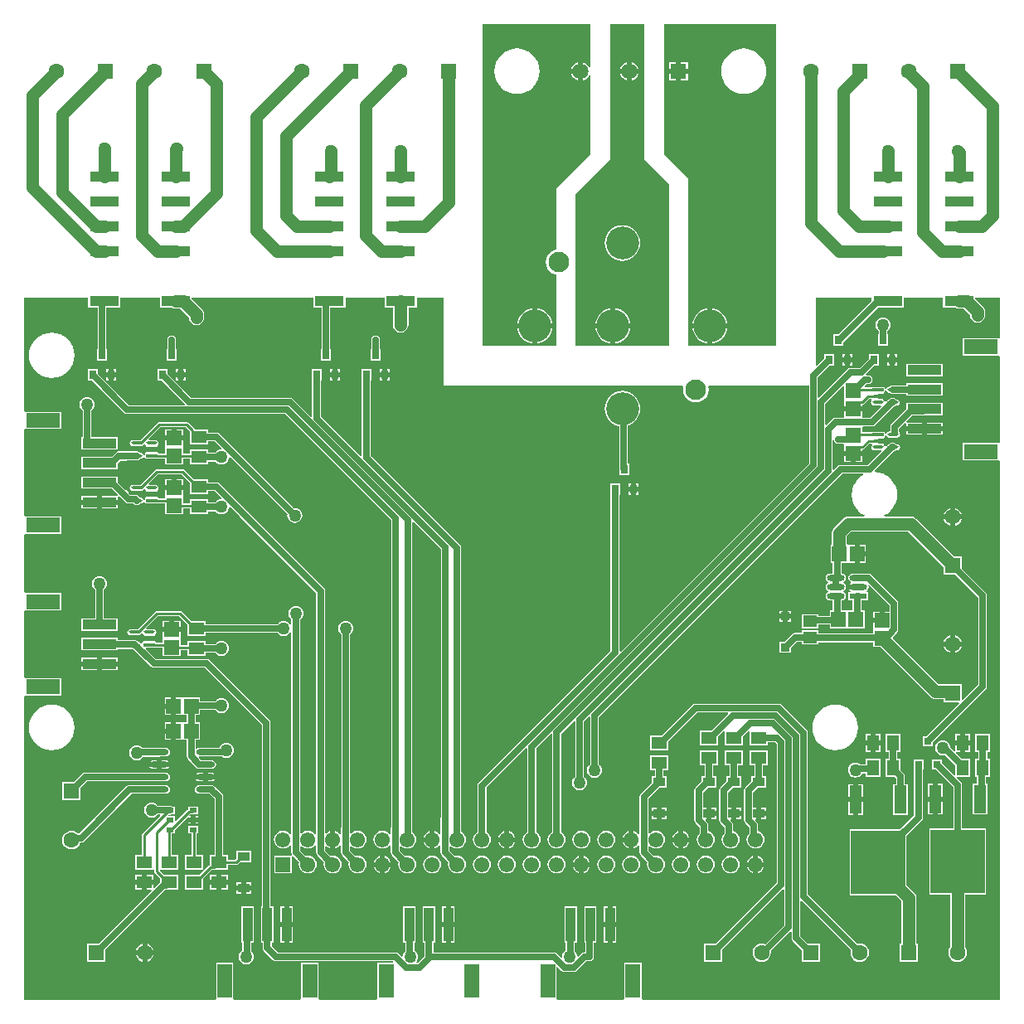
<source format=gtl>
G04*
G04 #@! TF.GenerationSoftware,Altium Limited,Altium Designer,20.2.3 (150)*
G04*
G04 Layer_Physical_Order=1*
G04 Layer_Color=255*
%FSLAX25Y25*%
%MOIN*%
G70*
G04*
G04 #@! TF.SameCoordinates,905A4ADE-4B76-40EE-A630-EEB48A76D6D9*
G04*
G04*
G04 #@! TF.FilePolarity,Positive*
G04*
G01*
G75*
%ADD10R,0.03150X0.03543*%
%ADD11R,0.03150X0.03150*%
%ADD12R,0.04921X0.06102*%
%ADD13R,0.21850X0.25591*%
%ADD14R,0.04921X0.11221*%
%ADD15R,0.06102X0.04921*%
%ADD16R,0.04803X0.03583*%
%ADD17R,0.13780X0.03937*%
%ADD18R,0.13386X0.05906*%
%ADD19R,0.03937X0.13780*%
%ADD20R,0.05906X0.13386*%
%ADD21R,0.06102X0.05906*%
%ADD22R,0.11811X0.04370*%
G04:AMPARAMS|DCode=23|XSize=45.83mil|YSize=13.22mil|CornerRadius=6.61mil|HoleSize=0mil|Usage=FLASHONLY|Rotation=180.000|XOffset=0mil|YOffset=0mil|HoleType=Round|Shape=RoundedRectangle|*
%AMROUNDEDRECTD23*
21,1,0.04583,0.00000,0,0,180.0*
21,1,0.03260,0.01322,0,0,180.0*
1,1,0.01322,-0.01630,0.00000*
1,1,0.01322,0.01630,0.00000*
1,1,0.01322,0.01630,0.00000*
1,1,0.01322,-0.01630,0.00000*
%
%ADD23ROUNDEDRECTD23*%
%ADD24R,0.04583X0.01322*%
%ADD25O,0.07480X0.02362*%
%ADD26R,0.02800X0.02000*%
%ADD27R,0.02800X0.02000*%
%ADD28R,0.02800X0.02000*%
%ADD29R,0.05906X0.06102*%
G04:AMPARAMS|DCode=30|XSize=71.07mil|YSize=24.33mil|CornerRadius=12.17mil|HoleSize=0mil|Usage=FLASHONLY|Rotation=180.000|XOffset=0mil|YOffset=0mil|HoleType=Round|Shape=RoundedRectangle|*
%AMROUNDEDRECTD30*
21,1,0.07107,0.00000,0,0,180.0*
21,1,0.04674,0.02433,0,0,180.0*
1,1,0.02433,-0.02337,0.00000*
1,1,0.02433,0.02337,0.00000*
1,1,0.02433,0.02337,0.00000*
1,1,0.02433,-0.02337,0.00000*
%
%ADD30ROUNDEDRECTD30*%
%ADD31R,0.07107X0.02433*%
%ADD32R,0.05544X0.04748*%
%ADD33R,0.03740X0.03543*%
%ADD55C,0.02500*%
%ADD56C,0.05000*%
%ADD57C,0.01000*%
%ADD58C,0.13200*%
%ADD59C,0.08268*%
%ADD60C,0.06299*%
%ADD61R,0.06299X0.06299*%
%ADD62R,0.06299X0.06299*%
%ADD63C,0.06496*%
%ADD64R,0.06496X0.06496*%
%ADD65C,0.06102*%
%ADD66R,0.06102X0.06102*%
%ADD67C,0.05000*%
%ADD68C,0.02362*%
G36*
X228346Y375612D02*
X227847Y375512D01*
X227683Y375906D01*
X227083Y376689D01*
X226300Y377290D01*
X225409Y377658D01*
Y374016D01*
Y370373D01*
X226300Y370742D01*
X227083Y371343D01*
X227683Y372126D01*
X227847Y372519D01*
X228346Y372420D01*
X228346Y340816D01*
X214567Y327037D01*
Y302270D01*
X214270Y302231D01*
X213025Y301715D01*
X211956Y300894D01*
X211136Y299825D01*
X210620Y298580D01*
X210444Y297244D01*
X210620Y295908D01*
X211136Y294663D01*
X211956Y293594D01*
X213025Y292773D01*
X214270Y292258D01*
X214567Y292219D01*
Y263779D01*
X185039D01*
X185039Y392898D01*
X228346D01*
Y375612D01*
D02*
G37*
G36*
X392898Y266954D02*
X392528Y266642D01*
X392398Y266642D01*
X378142D01*
Y259736D01*
X392398D01*
X392528Y259736D01*
X392898Y259423D01*
Y224829D01*
X392528Y224516D01*
X392398Y224516D01*
X378142D01*
Y217610D01*
X392398D01*
X392528Y217610D01*
X392898Y217298D01*
Y803D01*
X249238D01*
X248925Y1173D01*
X248925Y1303D01*
Y15559D01*
X242020D01*
Y1303D01*
X242020Y1173D01*
X241707Y803D01*
X214986D01*
X214673Y1173D01*
X214673Y1303D01*
Y13857D01*
X215135Y14049D01*
X216695Y12488D01*
X216695Y12488D01*
X217274Y12101D01*
X217957Y11966D01*
X217957Y11966D01*
X221760D01*
X222443Y12101D01*
X223022Y12488D01*
X226749Y16216D01*
X228000D01*
X228683Y16352D01*
X229262Y16738D01*
X229648Y17317D01*
X229784Y18000D01*
Y23614D01*
X230815D01*
Y38394D01*
X225878D01*
Y23614D01*
X226216D01*
Y20203D01*
X226010Y19784D01*
X225328Y19648D01*
X224749Y19262D01*
X224749Y19262D01*
X223510Y18023D01*
X222997Y18217D01*
X222923Y18783D01*
X222621Y19513D01*
X222140Y20140D01*
X222021Y20231D01*
Y23614D01*
X222941D01*
Y38394D01*
X218004D01*
Y23614D01*
X218452D01*
Y20594D01*
X217860Y20140D01*
X217379Y19513D01*
X217077Y18783D01*
X216974Y18000D01*
X216980Y17958D01*
X216506Y17725D01*
X214969Y19262D01*
X214390Y19648D01*
X213707Y19784D01*
X165170D01*
Y23614D01*
X165854D01*
Y38394D01*
X160917D01*
Y23614D01*
X161601D01*
Y18614D01*
X161683Y18206D01*
X159016Y15540D01*
X158504D01*
X158278Y16039D01*
X158626Y16492D01*
X158928Y17222D01*
X159031Y18005D01*
X158928Y18788D01*
X158626Y19518D01*
X158145Y20145D01*
X157540Y20609D01*
Y23614D01*
X157980D01*
Y38394D01*
X153043D01*
Y23614D01*
X153972D01*
Y20226D01*
X153866Y20145D01*
X153385Y19518D01*
X153082Y18788D01*
X153008Y18223D01*
X152495Y18029D01*
X151262Y19262D01*
X150683Y19648D01*
X150000Y19784D01*
X102739D01*
X100209Y22314D01*
Y23614D01*
X100894D01*
Y38394D01*
X99784D01*
Y112000D01*
X99648Y112683D01*
X99262Y113262D01*
X75262Y137262D01*
X74683Y137648D01*
X74000Y137784D01*
X53601D01*
X49567Y141818D01*
X49758Y142280D01*
X53823D01*
Y142421D01*
X56449D01*
Y139004D01*
X63551D01*
Y141437D01*
X66449D01*
Y139004D01*
X73551D01*
Y140198D01*
X77601D01*
X77860Y139860D01*
X78487Y139380D01*
X79217Y139077D01*
X80000Y138974D01*
X80783Y139077D01*
X81513Y139380D01*
X82140Y139860D01*
X82621Y140487D01*
X82923Y141217D01*
X83026Y142000D01*
X82923Y142783D01*
X82621Y143513D01*
X82140Y144140D01*
X81513Y144621D01*
X80783Y144923D01*
X80000Y145026D01*
X79217Y144923D01*
X78487Y144621D01*
X77860Y144140D01*
X77574Y143767D01*
X73551D01*
Y144925D01*
X66449D01*
Y143476D01*
X63551D01*
Y145591D01*
X63551Y145909D01*
X63551Y146409D01*
Y148543D01*
X56449D01*
Y146409D01*
X56449Y146091D01*
X56449Y145591D01*
Y144460D01*
X53823D01*
Y144602D01*
X53560D01*
X53439Y145000D01*
X51032D01*
X48625D01*
X48504Y144602D01*
X48241D01*
Y144296D01*
X47741Y143884D01*
X47692Y143894D01*
X47435Y144278D01*
X47051Y144535D01*
X46800Y144585D01*
X46682Y144703D01*
X46103Y145089D01*
X45551Y145199D01*
X45521Y145219D01*
X44838Y145355D01*
X38394D01*
Y146169D01*
X23614D01*
Y141232D01*
X38394D01*
Y141787D01*
X44315D01*
X44610Y141728D01*
X51600Y134738D01*
X51600Y134738D01*
X52179Y134352D01*
X52861Y134216D01*
X73261D01*
X96216Y111261D01*
Y38394D01*
X95957D01*
Y23614D01*
X96641D01*
Y21575D01*
X96777Y20892D01*
X97163Y20313D01*
X100738Y16738D01*
X101317Y16352D01*
X102000Y16216D01*
X148941D01*
X149048Y16059D01*
X148785Y15559D01*
X142807D01*
Y1303D01*
X142807Y1173D01*
X142494Y803D01*
X119317D01*
X119004Y1173D01*
X119004Y1303D01*
Y15559D01*
X112098D01*
Y1303D01*
X112098Y1173D01*
X111786Y803D01*
X85065D01*
X84752Y1173D01*
X84752Y1303D01*
Y15559D01*
X77846D01*
Y1303D01*
X77846Y1173D01*
X77534Y803D01*
X803D01*
Y122809D01*
X1173Y123122D01*
X1303Y123122D01*
X15559D01*
Y130027D01*
X1303D01*
X1173Y130028D01*
X803Y130340D01*
Y157061D01*
X1173Y157374D01*
X1303Y157374D01*
X15559D01*
Y164279D01*
X1303D01*
X1173Y164279D01*
X803Y164592D01*
Y187770D01*
X1173Y188083D01*
X1303Y188083D01*
X15559D01*
Y194988D01*
X1303D01*
X1173Y194988D01*
X803Y195301D01*
Y229896D01*
X1173Y230209D01*
X1303Y230209D01*
X15559D01*
Y237114D01*
X1303D01*
X1173Y237114D01*
X803Y237427D01*
Y283106D01*
X26488D01*
Y279008D01*
X30216D01*
Y262209D01*
X29925D01*
Y257665D01*
X34075D01*
Y262209D01*
X33784D01*
Y279008D01*
X39299D01*
Y283106D01*
X55189D01*
Y279008D01*
X60237D01*
X60811Y278770D01*
X61594Y278667D01*
X63432D01*
X66974Y275125D01*
Y275000D01*
X67077Y274217D01*
X67379Y273487D01*
X67860Y272860D01*
X68487Y272379D01*
X69217Y272077D01*
X70000Y271974D01*
X70783Y272077D01*
X71513Y272379D01*
X72140Y272860D01*
X72620Y273487D01*
X72923Y274217D01*
X73026Y275000D01*
Y276378D01*
X72923Y277161D01*
X72620Y277891D01*
X72140Y278518D01*
X68051Y282606D01*
X68123Y283106D01*
X117039D01*
Y279008D01*
X120263D01*
Y262209D01*
X119925D01*
Y257665D01*
X124075D01*
Y262209D01*
X123831D01*
Y279008D01*
X129850D01*
Y283106D01*
X145740D01*
Y279008D01*
X149120D01*
Y272886D01*
X149077Y272783D01*
X148974Y272000D01*
X149077Y271217D01*
X149380Y270487D01*
X149860Y269860D01*
X150487Y269379D01*
X151217Y269077D01*
X152000Y268974D01*
X152783Y269077D01*
X153513Y269379D01*
X154140Y269860D01*
X154285Y270006D01*
X154766Y270633D01*
X155069Y271362D01*
X155172Y272146D01*
Y279008D01*
X158551D01*
Y283106D01*
X169291D01*
Y247673D01*
X265363Y247673D01*
X265708Y247173D01*
X265562Y246063D01*
X265738Y244727D01*
X266254Y243482D01*
X267074Y242413D01*
X268143Y241592D01*
X269388Y241077D01*
X270724Y240901D01*
X272060Y241077D01*
X273306Y241592D01*
X274375Y242413D01*
X275195Y243482D01*
X275711Y244727D01*
X275887Y246063D01*
X275741Y247173D01*
X276086Y247673D01*
X316216D01*
Y216496D01*
X240506Y140787D01*
X240044Y140978D01*
Y203791D01*
X240335D01*
Y208335D01*
X236185D01*
Y203791D01*
X236476D01*
Y140999D01*
X183463Y87986D01*
X183076Y87407D01*
X182940Y86724D01*
Y68223D01*
X182933Y68220D01*
X182192Y67651D01*
X181622Y66909D01*
X181265Y66045D01*
X181143Y65118D01*
X181265Y64191D01*
X181622Y63327D01*
X182192Y62585D01*
X182933Y62016D01*
X183797Y61658D01*
X184724Y61536D01*
X185651Y61658D01*
X186515Y62016D01*
X187257Y62585D01*
X187826Y63327D01*
X188184Y64191D01*
X188306Y65118D01*
X188184Y66045D01*
X187826Y66909D01*
X187257Y67651D01*
X186515Y68220D01*
X186509Y68223D01*
Y85985D01*
X202478Y101955D01*
X202940Y101763D01*
Y68223D01*
X202934Y68220D01*
X202192Y67651D01*
X201622Y66909D01*
X201265Y66045D01*
X201143Y65118D01*
X201265Y64191D01*
X201622Y63327D01*
X202192Y62585D01*
X202934Y62016D01*
X203797Y61658D01*
X204724Y61536D01*
X205651Y61658D01*
X206515Y62016D01*
X207257Y62585D01*
X207826Y63327D01*
X208184Y64191D01*
X208306Y65118D01*
X208184Y66045D01*
X207826Y66909D01*
X207257Y67651D01*
X206515Y68220D01*
X206509Y68223D01*
Y101743D01*
X212478Y107712D01*
X212940Y107521D01*
Y68223D01*
X212933Y68220D01*
X212192Y67651D01*
X211622Y66909D01*
X211265Y66045D01*
X211142Y65118D01*
X211265Y64191D01*
X211622Y63327D01*
X212192Y62585D01*
X212933Y62016D01*
X213797Y61658D01*
X214724Y61536D01*
X215651Y61658D01*
X216515Y62016D01*
X217257Y62585D01*
X217826Y63327D01*
X218184Y64191D01*
X218306Y65118D01*
X218184Y66045D01*
X217826Y66909D01*
X217257Y67651D01*
X216515Y68220D01*
X216509Y68223D01*
Y107500D01*
X221754Y112745D01*
X222216Y112554D01*
Y90412D01*
X221860Y90140D01*
X221379Y89513D01*
X221077Y88783D01*
X220974Y88000D01*
X221077Y87217D01*
X221379Y86487D01*
X221860Y85860D01*
X222487Y85379D01*
X223217Y85077D01*
X224000Y84974D01*
X224783Y85077D01*
X225513Y85379D01*
X226140Y85860D01*
X226621Y86487D01*
X226923Y87217D01*
X227026Y88000D01*
X226923Y88783D01*
X226621Y89513D01*
X226140Y90140D01*
X225784Y90412D01*
Y112533D01*
X227754Y114503D01*
X228216Y114311D01*
Y95412D01*
X227860Y95140D01*
X227379Y94513D01*
X227077Y93783D01*
X226974Y93000D01*
X227077Y92217D01*
X227379Y91487D01*
X227860Y90860D01*
X228487Y90380D01*
X229217Y90077D01*
X230000Y89974D01*
X230783Y90077D01*
X231513Y90380D01*
X232140Y90860D01*
X232621Y91487D01*
X232923Y92217D01*
X233026Y93000D01*
X232923Y93783D01*
X232621Y94513D01*
X232140Y95140D01*
X231784Y95412D01*
Y114290D01*
X329710Y212216D01*
X337977D01*
X338102Y211716D01*
X337430Y211357D01*
X336042Y210218D01*
X334903Y208829D01*
X334056Y207246D01*
X333535Y205527D01*
X333359Y203740D01*
X333535Y201953D01*
X334056Y200235D01*
X334903Y198651D01*
X336042Y197263D01*
X337430Y196124D01*
X338548Y195526D01*
X338423Y195026D01*
X332000D01*
X331217Y194923D01*
X330487Y194621D01*
X329860Y194140D01*
X326317Y190596D01*
X325836Y189970D01*
X325534Y189240D01*
X325431Y188457D01*
Y183551D01*
X325004D01*
Y176449D01*
X325755D01*
Y172160D01*
X324709D01*
X324039Y172027D01*
X323471Y171647D01*
X323092Y171080D01*
X322959Y170410D01*
X323092Y169740D01*
X323471Y169172D01*
X324035Y168796D01*
X324039Y168775D01*
Y168305D01*
X324035Y168284D01*
X323471Y167907D01*
X323092Y167340D01*
X322959Y166670D01*
X323092Y166000D01*
X323471Y165432D01*
X324035Y165056D01*
X324039Y165035D01*
Y164564D01*
X324035Y164544D01*
X323471Y164167D01*
X323092Y163599D01*
X322959Y162930D01*
X323092Y162260D01*
X323471Y161692D01*
X324039Y161313D01*
X324709Y161179D01*
X325755D01*
Y157221D01*
X324579D01*
Y155080D01*
X319847D01*
Y155796D01*
X313303D01*
Y150048D01*
X319847D01*
Y151512D01*
X324579D01*
Y150119D01*
X331166D01*
X331485Y150119D01*
X331985Y150119D01*
X338572D01*
Y157221D01*
X337396D01*
Y161213D01*
X340159D01*
Y164646D01*
X339403D01*
X339251Y165146D01*
X339680Y165432D01*
X340059Y166000D01*
X340192Y166670D01*
X340085Y167206D01*
X340524Y167474D01*
X348592Y159406D01*
Y156666D01*
X346575D01*
Y153213D01*
X345575D01*
Y152213D01*
X342024D01*
Y149760D01*
X342024Y149760D01*
Y149579D01*
X342024D01*
X342024Y149260D01*
Y148056D01*
X319847D01*
Y149292D01*
X313303D01*
Y148202D01*
X310524D01*
X310524Y148202D01*
X309841Y148066D01*
X309262Y147679D01*
X309262Y147679D01*
X306324Y144741D01*
X304205D01*
Y140197D01*
X308945D01*
Y142316D01*
X311263Y144633D01*
X313303D01*
Y143543D01*
X319847D01*
Y144488D01*
X342024D01*
Y142674D01*
X344847D01*
X364995Y122526D01*
X365622Y122045D01*
X366352Y121743D01*
X367135Y121640D01*
X370366D01*
Y120366D01*
X376465D01*
X376656Y119904D01*
X363551Y106799D01*
X361925D01*
Y102650D01*
X366075D01*
Y104276D01*
X387262Y125463D01*
X387649Y126042D01*
X387784Y126724D01*
X387784Y126725D01*
Y163213D01*
X387784Y163213D01*
X387649Y163895D01*
X387262Y164474D01*
X377665Y174071D01*
Y178847D01*
X374645D01*
X359352Y194140D01*
X358726Y194621D01*
X357996Y194923D01*
X357213Y195026D01*
X346616D01*
X346491Y195526D01*
X347609Y196124D01*
X348997Y197263D01*
X350136Y198651D01*
X350983Y200235D01*
X351504Y201953D01*
X351680Y203740D01*
X351504Y205527D01*
X350983Y207246D01*
X350136Y208829D01*
X348997Y210218D01*
X347609Y211357D01*
X346025Y212203D01*
X344307Y212725D01*
X342830Y212870D01*
X342644Y213391D01*
X350422Y221169D01*
X350747Y221233D01*
X351325Y221620D01*
X351378Y221698D01*
X351694D01*
X352147Y221788D01*
X352531Y222045D01*
X352788Y222429D01*
X352878Y222882D01*
X352788Y223335D01*
X352531Y223719D01*
X352147Y223976D01*
X351694Y224066D01*
X351378D01*
X351325Y224144D01*
X350747Y224530D01*
X350064Y224666D01*
X349611D01*
X349611Y224666D01*
X348929Y224530D01*
X348350Y224144D01*
X348232Y224026D01*
X347981Y223976D01*
X347597Y223719D01*
X347340Y223335D01*
X347227Y223311D01*
X346724Y223335D01*
X346467Y223719D01*
X346221Y223884D01*
X346198Y223961D01*
Y224362D01*
X346221Y224439D01*
X346223Y224441D01*
X344000D01*
Y226441D01*
X346407D01*
X346528Y226839D01*
X346791D01*
Y227277D01*
X346859Y227749D01*
X346859Y227749D01*
Y227749D01*
X347291Y227791D01*
X347304Y227730D01*
X347340Y227547D01*
X347597Y227163D01*
X347981Y226906D01*
X348434Y226816D01*
X350618D01*
X350676Y226805D01*
X350734Y226816D01*
X351694D01*
X352147Y226906D01*
X352531Y227163D01*
X352788Y227547D01*
X352878Y228000D01*
X352788Y228453D01*
X352531Y228837D01*
X352460Y228885D01*
Y230350D01*
X354807Y232697D01*
X355307Y232490D01*
X355307Y232424D01*
X355307Y232424D01*
X355307Y232405D01*
Y231315D01*
X361697D01*
Y232784D01*
X355685Y232784D01*
X355667D01*
X355667D01*
X355601Y232784D01*
X355554Y232897D01*
X355393Y233283D01*
X357796Y235686D01*
X361978D01*
X362151Y235720D01*
X370087D01*
Y240657D01*
X355307D01*
Y238244D01*
X349414Y232351D01*
X349027Y231772D01*
X348891Y231089D01*
Y229184D01*
X348434D01*
X347981Y229094D01*
X347597Y228837D01*
X347340Y228453D01*
X347304Y228270D01*
X347291Y228209D01*
X346859Y228251D01*
Y228251D01*
X346859Y228251D01*
X346791Y228723D01*
Y229161D01*
X341209D01*
Y229020D01*
X337551D01*
X337551Y230996D01*
X337960Y231216D01*
X341666D01*
X342349Y231351D01*
X342927Y231738D01*
X350358Y239169D01*
X350683Y239233D01*
X351262Y239620D01*
X351314Y239698D01*
X351630D01*
X352083Y239788D01*
X352467Y240045D01*
X352724Y240429D01*
X352814Y240882D01*
X352724Y241335D01*
X352467Y241719D01*
X352083Y241976D01*
X351630Y242066D01*
X351314D01*
X351262Y242144D01*
X350683Y242530D01*
X350000Y242666D01*
X349548D01*
X349548Y242666D01*
X348865Y242530D01*
X348286Y242144D01*
X348286Y242144D01*
X348168Y242026D01*
X347917Y241976D01*
X347533Y241719D01*
X347276Y241335D01*
X347163Y241311D01*
X346660Y241335D01*
X346404Y241719D01*
X346157Y241884D01*
X346134Y241961D01*
Y242362D01*
X346157Y242439D01*
X346160Y242441D01*
X343936D01*
Y244441D01*
X346343D01*
X346464Y244839D01*
X346727D01*
Y245277D01*
X346795Y245749D01*
X346795Y245749D01*
Y245749D01*
X347228Y245791D01*
X347240Y245730D01*
X347276Y245547D01*
X347533Y245163D01*
X347917Y244906D01*
X348370Y244816D01*
X348686D01*
X348738Y244738D01*
X349317Y244352D01*
X350000Y244216D01*
X350158Y244247D01*
X355307D01*
Y243595D01*
X370087D01*
Y248532D01*
X355307D01*
Y247816D01*
X350031D01*
X349349Y247680D01*
X348770Y247293D01*
X348770Y247293D01*
X348738Y247262D01*
X348686Y247184D01*
X348370D01*
X347917Y247094D01*
X347533Y246837D01*
X347276Y246453D01*
X347240Y246270D01*
X347228Y246209D01*
X346795Y246251D01*
Y246251D01*
X346795Y246251D01*
X346727Y246723D01*
Y247161D01*
X341145D01*
Y247020D01*
X338751D01*
X338560Y247481D01*
X339294Y248216D01*
X340000D01*
X340683Y248352D01*
X341262Y248738D01*
X341649Y249317D01*
X341784Y250000D01*
X341649Y250683D01*
X341262Y251262D01*
X340683Y251648D01*
X340000Y251784D01*
X339355D01*
X339163Y252246D01*
X342708Y255791D01*
X344335D01*
Y260335D01*
X340185D01*
Y258315D01*
X336655Y254784D01*
X332978D01*
X332295Y254648D01*
X331716Y254262D01*
X331716Y254262D01*
X320246Y242792D01*
X319784Y242983D01*
Y251064D01*
X324512Y255791D01*
X326335D01*
Y260335D01*
X322185D01*
Y258511D01*
X319360Y255686D01*
X318898Y255877D01*
Y283106D01*
X341449D01*
Y281531D01*
X328126Y268209D01*
X325925D01*
Y263665D01*
X330075D01*
Y265110D01*
X343972Y279008D01*
X354260D01*
Y283106D01*
X370150D01*
Y279008D01*
X375198D01*
X375772Y278770D01*
X376555Y278667D01*
X378392D01*
X380974Y276085D01*
Y276000D01*
X381077Y275217D01*
X381380Y274487D01*
X381860Y273860D01*
X382487Y273379D01*
X383217Y273077D01*
X384000Y272974D01*
X384783Y273077D01*
X385513Y273379D01*
X386140Y273860D01*
X386620Y274487D01*
X386923Y275217D01*
X387026Y276000D01*
Y277339D01*
X387026Y277339D01*
X386923Y278122D01*
X386620Y278852D01*
X386140Y279478D01*
X386140Y279478D01*
X383011Y282606D01*
X383083Y283106D01*
X392898D01*
Y266954D01*
D02*
G37*
G36*
X250000Y338583D02*
X259842Y328740D01*
Y263779D01*
X222441D01*
Y324803D01*
X236220Y338583D01*
X236221Y392898D01*
X250000D01*
Y338583D01*
D02*
G37*
G36*
X303150Y263779D02*
X267717Y263779D01*
Y330709D01*
X257874Y340551D01*
X257874Y392898D01*
X303150D01*
X303150Y263779D01*
D02*
G37*
G36*
X330449Y247294D02*
Y242091D01*
X330449Y242091D01*
Y241909D01*
X330449D01*
X330449Y241590D01*
Y239457D01*
X334000D01*
X337551D01*
Y239890D01*
X337614D01*
X338004Y239967D01*
X338334Y240189D01*
X340567Y242421D01*
X341300D01*
X341425Y242291D01*
X341469Y241719D01*
X341212Y241335D01*
X341122Y240882D01*
X341212Y240429D01*
X341469Y240045D01*
X341853Y239788D01*
X342306Y239698D01*
X345133D01*
X345340Y239198D01*
X340927Y234784D01*
X337960D01*
X337551Y235004D01*
Y237457D01*
X334000D01*
X330449D01*
Y235004D01*
X330040Y234784D01*
X327000D01*
X326317Y234648D01*
X325738Y234262D01*
X323246Y231770D01*
X322784Y231961D01*
Y240283D01*
X329987Y247486D01*
X330449Y247294D01*
D02*
G37*
G36*
X326351Y225317D02*
X326738Y224738D01*
X327317Y224352D01*
X328000Y224216D01*
X330076D01*
X330449Y223909D01*
Y221457D01*
X334000D01*
X337551D01*
Y221890D01*
X337677D01*
X338067Y221968D01*
X338398Y222188D01*
X340631Y224421D01*
X341364D01*
X341489Y224291D01*
X341533Y223719D01*
X341276Y223335D01*
X341186Y222882D01*
X341276Y222429D01*
X341533Y222045D01*
X341917Y221788D01*
X342370Y221698D01*
X345197D01*
X345404Y221198D01*
X339990Y215784D01*
X328971D01*
X328971Y215784D01*
X328288Y215649D01*
X327709Y215262D01*
X326246Y213799D01*
X325784Y213990D01*
Y225606D01*
X326284Y225655D01*
X326351Y225317D01*
D02*
G37*
G36*
X370366Y174567D02*
Y171547D01*
X375142D01*
X384216Y162473D01*
Y127463D01*
X378127Y121375D01*
X377665Y121566D01*
Y127665D01*
X373563D01*
X373366Y127691D01*
X368388D01*
X349989Y146091D01*
X350076Y146711D01*
X351638Y148274D01*
X352025Y148853D01*
X352161Y149535D01*
X352161Y149535D01*
Y160145D01*
X352025Y160828D01*
X351638Y161407D01*
X341407Y171638D01*
X340828Y172025D01*
X340146Y172161D01*
X336274D01*
X336105Y172194D01*
X335933Y172160D01*
X333768D01*
X333098Y172027D01*
X332530Y171647D01*
X332151Y171080D01*
X332018Y170410D01*
X332151Y169740D01*
X332530Y169172D01*
X333094Y168796D01*
X333098Y168775D01*
Y168305D01*
X333094Y168284D01*
X332530Y167907D01*
X332372Y167670D01*
X336105D01*
Y165670D01*
X332372D01*
X332530Y165432D01*
X332959Y165146D01*
X332807Y164646D01*
X332051D01*
Y161213D01*
X333827D01*
Y157221D01*
X331985D01*
X331666Y157221D01*
X331166Y157221D01*
X329323D01*
Y161179D01*
X329383D01*
X330053Y161313D01*
X330621Y161692D01*
X331000Y162260D01*
X331133Y162930D01*
X331000Y163599D01*
X330621Y164167D01*
X330057Y164544D01*
X330053Y164564D01*
Y165035D01*
X330057Y165056D01*
X330621Y165432D01*
X331000Y166000D01*
X331133Y166670D01*
X331000Y167340D01*
X330621Y167907D01*
X330057Y168284D01*
X330053Y168305D01*
Y168775D01*
X330057Y168796D01*
X330621Y169172D01*
X331000Y169740D01*
X331133Y170410D01*
X331000Y171080D01*
X330621Y171647D01*
X330053Y172027D01*
X329383Y172160D01*
X329323D01*
Y176449D01*
X331591D01*
X331909Y176449D01*
X332410Y176449D01*
X334543D01*
Y180000D01*
Y183551D01*
X332410D01*
X332091Y183551D01*
X331836D01*
X331483Y183905D01*
Y187203D01*
X333253Y188974D01*
X355959D01*
X370366Y174567D01*
D02*
G37*
%LPC*%
G36*
X223409Y377658D02*
X222519Y377290D01*
X221736Y376689D01*
X221136Y375906D01*
X220767Y375016D01*
X223409D01*
Y377658D01*
D02*
G37*
G36*
Y373016D02*
X220767D01*
X221136Y372126D01*
X221736Y371343D01*
X222519Y370742D01*
X223409Y370373D01*
Y373016D01*
D02*
G37*
G36*
X198819Y383176D02*
X197032Y383000D01*
X195313Y382479D01*
X193730Y381632D01*
X192341Y380493D01*
X191202Y379105D01*
X190356Y377521D01*
X189834Y375803D01*
X189658Y374016D01*
X189834Y372229D01*
X190356Y370510D01*
X191202Y368927D01*
X192341Y367538D01*
X193730Y366399D01*
X195313Y365553D01*
X197032Y365031D01*
X198819Y364855D01*
X200606Y365031D01*
X202325Y365553D01*
X203908Y366399D01*
X205296Y367538D01*
X206435Y368927D01*
X207282Y370510D01*
X207803Y372229D01*
X207979Y374016D01*
X207803Y375803D01*
X207282Y377521D01*
X206435Y379105D01*
X205296Y380493D01*
X203908Y381632D01*
X202325Y382479D01*
X200606Y383000D01*
X198819Y383176D01*
D02*
G37*
G36*
X206961Y278689D02*
Y272654D01*
X212997D01*
X212958Y273045D01*
X212552Y274384D01*
X211893Y275617D01*
X211005Y276698D01*
X209924Y277586D01*
X208691Y278245D01*
X207352Y278651D01*
X206961Y278689D01*
D02*
G37*
G36*
X204961D02*
X204569Y278651D01*
X203230Y278245D01*
X201997Y277586D01*
X200916Y276698D01*
X200029Y275617D01*
X199369Y274384D01*
X198963Y273045D01*
X198925Y272654D01*
X204961D01*
Y278689D01*
D02*
G37*
G36*
X212997Y270654D02*
X206961D01*
Y264618D01*
X207352Y264656D01*
X208691Y265062D01*
X209924Y265722D01*
X211005Y266609D01*
X211893Y267690D01*
X212552Y268923D01*
X212958Y270262D01*
X212997Y270654D01*
D02*
G37*
G36*
X204961D02*
X198925D01*
X198963Y270262D01*
X199369Y268923D01*
X200029Y267690D01*
X200916Y266609D01*
X201997Y265722D01*
X203230Y265062D01*
X204569Y264656D01*
X204961Y264618D01*
Y270654D01*
D02*
G37*
G36*
X346000Y275026D02*
X345217Y274923D01*
X344487Y274621D01*
X343860Y274140D01*
X343379Y273513D01*
X343077Y272783D01*
X342974Y272000D01*
X343077Y271217D01*
X343379Y270487D01*
X343860Y269860D01*
X344216Y269588D01*
Y268209D01*
X343925D01*
Y263665D01*
X348075D01*
Y268209D01*
X347784D01*
Y269588D01*
X348140Y269860D01*
X348621Y270487D01*
X348923Y271217D01*
X349026Y272000D01*
X348923Y272783D01*
X348621Y273513D01*
X348140Y274140D01*
X347513Y274621D01*
X346783Y274923D01*
X346000Y275026D01*
D02*
G37*
G36*
X333815Y260335D02*
X332740D01*
Y259063D01*
X333815D01*
Y260335D01*
D02*
G37*
G36*
X351815D02*
X350740D01*
Y259063D01*
X351815D01*
Y260335D01*
D02*
G37*
G36*
X330740D02*
X329665D01*
Y259063D01*
X330740D01*
Y260335D01*
D02*
G37*
G36*
X348740D02*
X347665D01*
Y259063D01*
X348740D01*
Y260335D01*
D02*
G37*
G36*
X142000Y267784D02*
X141317Y267649D01*
X140738Y267262D01*
X140351Y266683D01*
X140216Y266000D01*
Y262209D01*
X139925D01*
Y257665D01*
X144075D01*
Y262209D01*
X143784D01*
Y266000D01*
X143649Y266683D01*
X143262Y267262D01*
X142683Y267649D01*
X142000Y267784D01*
D02*
G37*
G36*
X60000D02*
X59317Y267649D01*
X58738Y267262D01*
X58351Y266683D01*
X58216Y266000D01*
Y262209D01*
X57925D01*
Y257665D01*
X62075D01*
Y262209D01*
X61784D01*
Y266000D01*
X61648Y266683D01*
X61262Y267262D01*
X60683Y267649D01*
X60000Y267784D01*
D02*
G37*
G36*
X351815Y257063D02*
X350740D01*
Y255791D01*
X351815D01*
Y257063D01*
D02*
G37*
G36*
X348740D02*
X347665D01*
Y255791D01*
X348740D01*
Y257063D01*
D02*
G37*
G36*
X333815D02*
X332740D01*
Y255791D01*
X333815D01*
Y257063D01*
D02*
G37*
G36*
X330740D02*
X329665D01*
Y255791D01*
X330740D01*
Y257063D01*
D02*
G37*
G36*
X147815Y254335D02*
X146740D01*
Y253063D01*
X147815D01*
Y254335D01*
D02*
G37*
G36*
X127815D02*
X126740D01*
Y253063D01*
X127815D01*
Y254335D01*
D02*
G37*
G36*
X65815D02*
X64740D01*
Y253063D01*
X65815D01*
Y254335D01*
D02*
G37*
G36*
X37815D02*
X36740D01*
Y253063D01*
X37815D01*
Y254335D01*
D02*
G37*
G36*
X62740D02*
X61665D01*
Y253063D01*
X62740D01*
Y254335D01*
D02*
G37*
G36*
X34740D02*
X33665D01*
Y253063D01*
X34740D01*
Y254335D01*
D02*
G37*
G36*
X144740D02*
X143665D01*
Y253063D01*
X144740D01*
Y254335D01*
D02*
G37*
G36*
X124740D02*
X123665D01*
Y253063D01*
X124740D01*
Y254335D01*
D02*
G37*
G36*
X370087Y256405D02*
X355307D01*
Y251468D01*
X370087D01*
Y256405D01*
D02*
G37*
G36*
X11811Y269003D02*
X10024Y268827D01*
X8305Y268306D01*
X6722Y267459D01*
X5334Y266320D01*
X4194Y264932D01*
X3348Y263348D01*
X2827Y261630D01*
X2651Y259842D01*
X2827Y258055D01*
X3348Y256337D01*
X4194Y254753D01*
X5334Y253365D01*
X6722Y252226D01*
X8305Y251379D01*
X10024Y250858D01*
X11811Y250682D01*
X13598Y250858D01*
X15317Y251379D01*
X16900Y252226D01*
X18288Y253365D01*
X19428Y254753D01*
X20274Y256337D01*
X20796Y258055D01*
X20971Y259842D01*
X20796Y261630D01*
X20274Y263348D01*
X19428Y264932D01*
X18288Y266320D01*
X16900Y267459D01*
X15317Y268306D01*
X13598Y268827D01*
X11811Y269003D01*
D02*
G37*
G36*
X147815Y251063D02*
X146740D01*
Y249791D01*
X147815D01*
Y251063D01*
D02*
G37*
G36*
X144740D02*
X143665D01*
Y249791D01*
X144740D01*
Y251063D01*
D02*
G37*
G36*
X127815D02*
X126740D01*
Y249791D01*
X127815D01*
Y251063D01*
D02*
G37*
G36*
X124740D02*
X123665D01*
Y249791D01*
X124740D01*
Y251063D01*
D02*
G37*
G36*
X65815D02*
X64740D01*
Y249791D01*
X65815D01*
Y251063D01*
D02*
G37*
G36*
X62740D02*
X61665D01*
Y249791D01*
X62740D01*
Y251063D01*
D02*
G37*
G36*
X37815D02*
X36740D01*
Y249791D01*
X37815D01*
Y251063D01*
D02*
G37*
G36*
X34740D02*
X33665D01*
Y249791D01*
X34740D01*
Y251063D01*
D02*
G37*
G36*
X363697Y232784D02*
Y231315D01*
X370087D01*
Y232784D01*
X363697D01*
D02*
G37*
G36*
X370087Y229315D02*
X363697D01*
Y227847D01*
X370087D01*
Y229315D01*
D02*
G37*
G36*
X361697D02*
X355307D01*
Y227847D01*
X361697D01*
Y229315D01*
D02*
G37*
G36*
X64551Y229961D02*
X62000D01*
Y227508D01*
X64551D01*
Y229961D01*
D02*
G37*
G36*
X60000D02*
X57449D01*
Y227508D01*
X60000D01*
Y229961D01*
D02*
G37*
G36*
X26000Y243026D02*
X25217Y242923D01*
X24487Y242620D01*
X23860Y242140D01*
X23380Y241513D01*
X23077Y240783D01*
X22974Y240000D01*
X23077Y239217D01*
X23380Y238487D01*
X23860Y237860D01*
X24216Y237588D01*
Y226878D01*
X23614D01*
Y221941D01*
X38394D01*
Y226878D01*
X27784D01*
Y237588D01*
X28140Y237860D01*
X28620Y238487D01*
X28923Y239217D01*
X29026Y240000D01*
X28923Y240783D01*
X28620Y241513D01*
X28140Y242140D01*
X27513Y242620D01*
X26783Y242923D01*
X26000Y243026D01*
D02*
G37*
G36*
X66035Y232984D02*
X55007D01*
X54617Y232907D01*
X54286Y232685D01*
X47308Y225708D01*
X44306D01*
X43853Y225617D01*
X43469Y225361D01*
X43212Y224977D01*
X43122Y224524D01*
X43212Y224071D01*
X43469Y223687D01*
X43853Y223430D01*
X44306Y223340D01*
X47566D01*
X48019Y223430D01*
X48403Y223687D01*
X48660Y224071D01*
X49175Y224112D01*
X49274Y224082D01*
X49276Y224071D01*
X49533Y223687D01*
X49779Y223522D01*
X49802Y223444D01*
Y223044D01*
X49779Y222966D01*
X49777Y222965D01*
X52000D01*
X54224D01*
X54221Y222966D01*
X54198Y223044D01*
Y223444D01*
X54221Y223522D01*
X54467Y223687D01*
X54724Y224071D01*
X54814Y224524D01*
X54724Y224977D01*
X54467Y225361D01*
X54083Y225617D01*
X53630Y225708D01*
X50899D01*
X50692Y226207D01*
X55430Y230945D01*
X65613D01*
X67429Y229129D01*
Y228961D01*
X67449Y228862D01*
Y224039D01*
X74551D01*
Y225216D01*
X77236D01*
X79977Y222475D01*
X79783Y221962D01*
X79217Y221887D01*
X78487Y221585D01*
X77860Y221104D01*
X77574Y220731D01*
X74551D01*
Y221890D01*
X67449D01*
Y220441D01*
X64551D01*
Y222555D01*
X64551Y222874D01*
X64551Y223374D01*
Y225508D01*
X57449D01*
Y223374D01*
X57449Y223055D01*
X57449Y222555D01*
Y220425D01*
X54791D01*
Y220567D01*
X54528D01*
X54407Y220965D01*
X52000D01*
X49593D01*
X49472Y220567D01*
X49209D01*
Y220129D01*
X49141Y219657D01*
X49141Y219657D01*
Y219657D01*
X48709Y219614D01*
X48697Y219676D01*
X48660Y219859D01*
X48403Y220243D01*
X48019Y220499D01*
X47566Y220589D01*
X47250D01*
X47198Y220667D01*
X46619Y221054D01*
X45936Y221190D01*
X38795D01*
X38113Y221054D01*
X37534Y220667D01*
X35870Y219004D01*
X23614D01*
Y214067D01*
X38394D01*
Y216481D01*
X39534Y217621D01*
X40038D01*
X40344Y217416D01*
X41000Y217286D01*
X41656Y217416D01*
X41962Y217621D01*
X45936D01*
X46619Y217757D01*
X47198Y218144D01*
X47250Y218222D01*
X47566D01*
X48019Y218312D01*
X48403Y218568D01*
X48660Y218952D01*
X48697Y219135D01*
X48709Y219197D01*
X49141Y219154D01*
Y219154D01*
X49141Y219154D01*
X49209Y218682D01*
Y218244D01*
X54791D01*
Y218386D01*
X57449D01*
Y215968D01*
X64551D01*
Y218402D01*
X67449D01*
Y215968D01*
X74551D01*
Y217163D01*
X77601D01*
X77860Y216825D01*
X78487Y216344D01*
X79217Y216042D01*
X80000Y215939D01*
X80783Y216042D01*
X81513Y216344D01*
X82140Y216825D01*
X82621Y217452D01*
X82923Y218181D01*
X82997Y218747D01*
X83510Y218941D01*
X106538Y195914D01*
X106479Y195470D01*
X106582Y194687D01*
X106885Y193957D01*
X107366Y193330D01*
X107992Y192849D01*
X108722Y192547D01*
X109505Y192444D01*
X110288Y192547D01*
X111018Y192849D01*
X111645Y193330D01*
X112126Y193957D01*
X112428Y194687D01*
X112531Y195470D01*
X112428Y196253D01*
X112126Y196983D01*
X111645Y197609D01*
X111018Y198090D01*
X110288Y198393D01*
X109505Y198496D01*
X109061Y198437D01*
X79237Y228262D01*
X78658Y228648D01*
X77975Y228784D01*
X74551D01*
Y229961D01*
X69378D01*
X69170Y230272D01*
X66756Y232685D01*
X66426Y232907D01*
X66035Y232984D01*
D02*
G37*
G36*
X140335Y254335D02*
X136185D01*
Y249791D01*
X136476D01*
Y219458D01*
X136014Y219267D01*
X120044Y235237D01*
Y249791D01*
X120335D01*
Y254335D01*
X116185D01*
Y249791D01*
X116476D01*
Y235216D01*
X116014Y235024D01*
X108776Y242262D01*
X108197Y242649D01*
X107515Y242784D01*
X67865D01*
X58335Y252315D01*
Y254335D01*
X54185D01*
Y249791D01*
X55811D01*
X65356Y240246D01*
X65165Y239784D01*
X42865D01*
X30335Y252315D01*
Y254335D01*
X26185D01*
Y249791D01*
X27811D01*
X40864Y236738D01*
X40864Y236738D01*
X41443Y236351D01*
X42126Y236216D01*
X105533D01*
X148216Y193533D01*
Y70309D01*
X148139Y69923D01*
Y67323D01*
X147639Y67153D01*
X147257Y67651D01*
X146515Y68220D01*
X145651Y68578D01*
X144724Y68700D01*
X143797Y68578D01*
X142933Y68220D01*
X142192Y67651D01*
X141622Y66909D01*
X141265Y66045D01*
X141143Y65118D01*
X141265Y64191D01*
X141622Y63327D01*
X142192Y62585D01*
X142933Y62016D01*
X143797Y61658D01*
X144724Y61536D01*
X145651Y61658D01*
X146515Y62016D01*
X147257Y62585D01*
X147639Y63083D01*
X148139Y62913D01*
Y59935D01*
X148275Y59252D01*
X148661Y58674D01*
X151272Y56063D01*
X151265Y56045D01*
X151143Y55118D01*
X151265Y54191D01*
X151622Y53327D01*
X152192Y52585D01*
X152934Y52016D01*
X153797Y51658D01*
X154724Y51536D01*
X155651Y51658D01*
X156515Y52016D01*
X157257Y52585D01*
X157826Y53327D01*
X158184Y54191D01*
X158306Y55118D01*
X158184Y56045D01*
X157826Y56909D01*
X157257Y57651D01*
X156515Y58220D01*
X155651Y58578D01*
X154724Y58700D01*
X153803Y58579D01*
X151707Y60674D01*
Y62439D01*
X152026Y62547D01*
X152208Y62573D01*
X152934Y62016D01*
X153797Y61658D01*
X154724Y61536D01*
X155651Y61658D01*
X156515Y62016D01*
X157257Y62585D01*
X157826Y63327D01*
X158184Y64191D01*
X158306Y65118D01*
X158184Y66045D01*
X157826Y66909D01*
X157257Y67651D01*
X156784Y68014D01*
Y192796D01*
X157246Y192988D01*
X168216Y182018D01*
Y74309D01*
X168139Y73923D01*
Y67323D01*
X167639Y67153D01*
X167257Y67651D01*
X166515Y68220D01*
X165724Y68548D01*
Y65118D01*
Y61689D01*
X166515Y62016D01*
X167257Y62585D01*
X167639Y63083D01*
X168139Y62913D01*
Y59935D01*
X168275Y59252D01*
X168661Y58674D01*
X171272Y56063D01*
X171265Y56045D01*
X171143Y55118D01*
X171265Y54191D01*
X171622Y53327D01*
X172192Y52585D01*
X172933Y52016D01*
X173797Y51658D01*
X174724Y51536D01*
X175651Y51658D01*
X176515Y52016D01*
X177257Y52585D01*
X177826Y53327D01*
X178184Y54191D01*
X178306Y55118D01*
X178184Y56045D01*
X177826Y56909D01*
X177257Y57651D01*
X176515Y58220D01*
X175651Y58578D01*
X174724Y58700D01*
X173803Y58579D01*
X171707Y60674D01*
Y62439D01*
X172026Y62547D01*
X172207Y62573D01*
X172933Y62016D01*
X173797Y61658D01*
X174724Y61536D01*
X175651Y61658D01*
X176515Y62016D01*
X177257Y62585D01*
X177826Y63327D01*
X178184Y64191D01*
X178306Y65118D01*
X178184Y66045D01*
X177826Y66909D01*
X177257Y67651D01*
X176515Y68220D01*
X176406Y68265D01*
Y182379D01*
X176406Y182379D01*
X176270Y183062D01*
X175883Y183640D01*
X140044Y219479D01*
Y249791D01*
X140335D01*
Y254335D01*
D02*
G37*
G36*
X241197Y245520D02*
X239805Y245383D01*
X238467Y244977D01*
X237233Y244318D01*
X236152Y243431D01*
X235265Y242349D01*
X234606Y241116D01*
X234200Y239778D01*
X234063Y238386D01*
X234200Y236994D01*
X234606Y235656D01*
X235265Y234422D01*
X236152Y233341D01*
X237233Y232454D01*
X238467Y231795D01*
X239805Y231388D01*
X239891Y231380D01*
Y214262D01*
X239925Y214089D01*
Y211665D01*
X244075D01*
Y216209D01*
X243460D01*
Y231653D01*
X243927Y231795D01*
X245161Y232454D01*
X246242Y233341D01*
X247129Y234422D01*
X247788Y235656D01*
X248194Y236994D01*
X248331Y238386D01*
X248194Y239778D01*
X247788Y241116D01*
X247129Y242349D01*
X246242Y243431D01*
X245161Y244318D01*
X243927Y244977D01*
X242589Y245383D01*
X241197Y245520D01*
D02*
G37*
G36*
X64551Y209961D02*
X62000D01*
Y207508D01*
X64551D01*
Y209961D01*
D02*
G37*
G36*
X60000D02*
X57449D01*
Y207508D01*
X60000D01*
Y209961D01*
D02*
G37*
G36*
X247815Y208335D02*
X246740D01*
Y207063D01*
X247815D01*
Y208335D01*
D02*
G37*
G36*
X244740D02*
X243665D01*
Y207063D01*
X244740D01*
Y208335D01*
D02*
G37*
G36*
X247815Y205063D02*
X246740D01*
Y203791D01*
X247815D01*
Y205063D01*
D02*
G37*
G36*
X244740D02*
X243665D01*
Y203791D01*
X244740D01*
Y205063D01*
D02*
G37*
G36*
X30004Y203256D02*
X23614D01*
Y201787D01*
X30004D01*
Y203256D01*
D02*
G37*
G36*
X64445Y213984D02*
X54007D01*
X53617Y213907D01*
X53286Y213685D01*
X47308Y207708D01*
X44306D01*
X43853Y207617D01*
X43469Y207361D01*
X43212Y206977D01*
X43122Y206524D01*
X43212Y206071D01*
X43469Y205686D01*
X43853Y205430D01*
X44306Y205340D01*
X47566D01*
X48019Y205430D01*
X48403Y205686D01*
X48660Y206071D01*
X49175Y206112D01*
X49274Y206082D01*
X49276Y206071D01*
X49533Y205686D01*
X49779Y205522D01*
X49802Y205444D01*
Y205044D01*
X49779Y204966D01*
X49777Y204965D01*
X52000D01*
X54224D01*
X54221Y204966D01*
X54198Y205044D01*
Y205444D01*
X54221Y205522D01*
X54467Y205686D01*
X54724Y206071D01*
X54814Y206524D01*
X54724Y206977D01*
X54467Y207361D01*
X54083Y207617D01*
X53630Y207708D01*
X50899D01*
X50692Y208208D01*
X54430Y211945D01*
X64023D01*
X67449Y208519D01*
Y204039D01*
X74551D01*
Y205216D01*
X77236D01*
X79977Y202475D01*
X79783Y201962D01*
X79217Y201887D01*
X78487Y201585D01*
X77860Y201104D01*
X77574Y200731D01*
X74551D01*
Y201890D01*
X67449D01*
Y200441D01*
X64551D01*
Y202555D01*
X64551Y202874D01*
X64551Y203374D01*
Y205508D01*
X57449D01*
Y203374D01*
X57449Y203055D01*
Y202779D01*
X57095Y202425D01*
X54791D01*
Y202567D01*
X54528D01*
X54407Y202965D01*
X52000D01*
X49593D01*
X49472Y202567D01*
X49209D01*
Y202129D01*
X49141Y201657D01*
X49141Y201657D01*
Y201657D01*
X48709Y201614D01*
X48697Y201676D01*
X48660Y201858D01*
X48403Y202243D01*
X48019Y202499D01*
X47566Y202589D01*
X47250D01*
X47198Y202667D01*
X46609Y203256D01*
X46030Y203643D01*
X45347Y203779D01*
X43331D01*
X42616Y204494D01*
X42584Y204656D01*
X42212Y205212D01*
X41656Y205584D01*
X41494Y205616D01*
X38394Y208716D01*
Y211130D01*
X23614D01*
Y206193D01*
X35870D01*
X38307Y203756D01*
X38100Y203256D01*
X38034Y203256D01*
X38034Y203256D01*
X38015Y203256D01*
X32004D01*
Y201787D01*
X38394D01*
Y202877D01*
Y202896D01*
Y202896D01*
X38394Y202962D01*
X38507Y203009D01*
X38894Y203170D01*
X41331Y200733D01*
X41331Y200733D01*
X41909Y200346D01*
X42592Y200210D01*
X42592Y200210D01*
X44608D01*
X44675Y200144D01*
X45253Y199757D01*
X45936Y199621D01*
X46619Y199757D01*
X47198Y200144D01*
X47250Y200222D01*
X47566D01*
X48019Y200312D01*
X48403Y200568D01*
X48660Y200953D01*
X48697Y201135D01*
X48709Y201197D01*
X49141Y201154D01*
Y201154D01*
X49141Y201154D01*
X49209Y200682D01*
Y200244D01*
X54791D01*
Y200386D01*
X57449D01*
Y195968D01*
X64551D01*
Y198402D01*
X67449D01*
Y195968D01*
X74551D01*
Y197163D01*
X77601D01*
X77860Y196825D01*
X78487Y196344D01*
X79217Y196042D01*
X80000Y195939D01*
X80783Y196042D01*
X81513Y196344D01*
X82140Y196825D01*
X82621Y197452D01*
X82923Y198181D01*
X82997Y198747D01*
X83510Y198941D01*
X87430Y195022D01*
X87430Y195022D01*
X118139Y164313D01*
Y67323D01*
X117639Y67153D01*
X117257Y67651D01*
X116515Y68220D01*
X115651Y68578D01*
X114724Y68700D01*
X113797Y68578D01*
X112934Y68220D01*
X112207Y67663D01*
X112026Y67690D01*
X111707Y67798D01*
Y153529D01*
X112140Y153860D01*
X112620Y154487D01*
X112923Y155217D01*
X113026Y156000D01*
X112923Y156783D01*
X112620Y157513D01*
X112140Y158140D01*
X111513Y158621D01*
X110783Y158923D01*
X110000Y159026D01*
X109217Y158923D01*
X108487Y158621D01*
X107860Y158140D01*
X107379Y157513D01*
X107077Y156783D01*
X106974Y156000D01*
X107077Y155217D01*
X107379Y154487D01*
X107860Y153860D01*
X108139Y153647D01*
Y151568D01*
X107639Y151469D01*
X107621Y151513D01*
X107140Y152140D01*
X106513Y152620D01*
X105783Y152923D01*
X105000Y153026D01*
X104217Y152923D01*
X103487Y152620D01*
X102860Y152140D01*
X102615Y151820D01*
X73551D01*
Y152996D01*
X67891D01*
X66445Y154441D01*
X66445Y154441D01*
X64166Y156721D01*
X63835Y156942D01*
X63445Y157020D01*
X54039D01*
X53649Y156942D01*
X53318Y156721D01*
X46340Y149743D01*
X43338D01*
X42885Y149653D01*
X42501Y149396D01*
X42244Y149012D01*
X42154Y148559D01*
X42244Y148106D01*
X42501Y147722D01*
X42885Y147465D01*
X43338Y147375D01*
X46598D01*
X47051Y147465D01*
X47435Y147722D01*
X47692Y148106D01*
X48207Y148147D01*
X48306Y148117D01*
X48308Y148106D01*
X48565Y147722D01*
X48811Y147557D01*
X48834Y147480D01*
Y147079D01*
X48811Y147002D01*
X48808Y147000D01*
X51032D01*
X53255D01*
X53253Y147002D01*
X53230Y147079D01*
Y147480D01*
X53253Y147557D01*
X53499Y147722D01*
X53756Y148106D01*
X53846Y148559D01*
X53756Y149012D01*
X53499Y149396D01*
X53115Y149653D01*
X52662Y149743D01*
X49931D01*
X49724Y150243D01*
X54461Y154980D01*
X63023D01*
X65003Y152999D01*
X65003Y152999D01*
X66449Y151554D01*
Y147075D01*
X73551D01*
Y148251D01*
X102560D01*
X102860Y147860D01*
X103487Y147380D01*
X104217Y147077D01*
X105000Y146974D01*
X105783Y147077D01*
X106513Y147380D01*
X107140Y147860D01*
X107621Y148487D01*
X107639Y148531D01*
X108139Y148432D01*
Y67323D01*
X107639Y67153D01*
X107257Y67651D01*
X106515Y68220D01*
X105651Y68578D01*
X104724Y68700D01*
X103797Y68578D01*
X102934Y68220D01*
X102192Y67651D01*
X101622Y66909D01*
X101265Y66045D01*
X101143Y65118D01*
X101265Y64191D01*
X101622Y63327D01*
X102192Y62585D01*
X102934Y62016D01*
X103797Y61658D01*
X104724Y61536D01*
X105651Y61658D01*
X106515Y62016D01*
X107257Y62585D01*
X107639Y63083D01*
X108139Y62913D01*
Y59935D01*
X108275Y59252D01*
X108351Y59138D01*
X108063Y58669D01*
X107911Y58669D01*
Y58669D01*
X107897Y58669D01*
X101173D01*
Y51567D01*
X108275D01*
Y58253D01*
X108276Y58376D01*
X108325Y58414D01*
X108775Y58560D01*
X111272Y56063D01*
X111265Y56045D01*
X111143Y55118D01*
X111265Y54191D01*
X111622Y53327D01*
X112192Y52585D01*
X112934Y52016D01*
X113797Y51658D01*
X114724Y51536D01*
X115651Y51658D01*
X116515Y52016D01*
X117257Y52585D01*
X117826Y53327D01*
X118184Y54191D01*
X118306Y55118D01*
X118184Y56045D01*
X117826Y56909D01*
X117257Y57651D01*
X116515Y58220D01*
X115651Y58578D01*
X114724Y58700D01*
X113803Y58579D01*
X111707Y60674D01*
Y62439D01*
X112026Y62547D01*
X112207Y62573D01*
X112934Y62016D01*
X113797Y61658D01*
X114724Y61536D01*
X115651Y61658D01*
X116515Y62016D01*
X117257Y62585D01*
X117639Y63083D01*
X118139Y62913D01*
Y59935D01*
X118275Y59252D01*
X118661Y58674D01*
X121272Y56063D01*
X121265Y56045D01*
X121143Y55118D01*
X121265Y54191D01*
X121622Y53327D01*
X122192Y52585D01*
X122933Y52016D01*
X123797Y51658D01*
X124724Y51536D01*
X125651Y51658D01*
X126515Y52016D01*
X127257Y52585D01*
X127826Y53327D01*
X128184Y54191D01*
X128306Y55118D01*
X128184Y56045D01*
X127826Y56909D01*
X127257Y57651D01*
X126515Y58220D01*
X125651Y58578D01*
X124724Y58700D01*
X123803Y58579D01*
X121707Y60674D01*
Y62439D01*
X122026Y62547D01*
X122207Y62573D01*
X122933Y62016D01*
X123724Y61689D01*
Y65118D01*
Y68548D01*
X122933Y68220D01*
X122207Y67663D01*
X122026Y67690D01*
X121707Y67798D01*
Y165052D01*
X121707Y165052D01*
X121572Y165735D01*
X121185Y166313D01*
X89953Y197545D01*
X89953Y197545D01*
X89953Y197545D01*
X79237Y208262D01*
X78658Y208648D01*
X77975Y208784D01*
X74551D01*
Y209961D01*
X68891D01*
X65166Y213685D01*
X64835Y213907D01*
X64445Y213984D01*
D02*
G37*
G36*
X38394Y199787D02*
X32004D01*
Y198319D01*
X38394D01*
Y199787D01*
D02*
G37*
G36*
X30004D02*
X23614D01*
Y198319D01*
X30004D01*
Y199787D01*
D02*
G37*
G36*
X375016Y198418D02*
Y195882D01*
X377552D01*
X377204Y196722D01*
X376619Y197485D01*
X375856Y198070D01*
X375016Y198418D01*
D02*
G37*
G36*
X373016D02*
X372175Y198070D01*
X371413Y197485D01*
X370828Y196722D01*
X370480Y195882D01*
X373016D01*
Y198418D01*
D02*
G37*
G36*
X377552Y193882D02*
X375016D01*
Y191346D01*
X375856Y191694D01*
X376619Y192279D01*
X377204Y193041D01*
X377552Y193882D01*
D02*
G37*
G36*
X373016D02*
X370480D01*
X370828Y193041D01*
X371413Y192279D01*
X372175Y191694D01*
X373016Y191346D01*
Y193882D01*
D02*
G37*
G36*
X308945Y157142D02*
X307575D01*
Y155870D01*
X308945D01*
Y157142D01*
D02*
G37*
G36*
X305575D02*
X304205D01*
Y155870D01*
X305575D01*
Y157142D01*
D02*
G37*
G36*
X344575Y156666D02*
X342024D01*
Y154213D01*
X344575D01*
Y156666D01*
D02*
G37*
G36*
X308945Y153870D02*
X307575D01*
Y152599D01*
X308945D01*
Y153870D01*
D02*
G37*
G36*
X305575D02*
X304205D01*
Y152599D01*
X305575D01*
Y153870D01*
D02*
G37*
G36*
X63551Y152996D02*
X61000D01*
Y150543D01*
X63551D01*
Y152996D01*
D02*
G37*
G36*
X59000D02*
X56449D01*
Y150543D01*
X59000D01*
Y152996D01*
D02*
G37*
G36*
X31000Y171026D02*
X30217Y170923D01*
X29487Y170621D01*
X28860Y170140D01*
X28379Y169513D01*
X28077Y168783D01*
X27974Y168000D01*
X28077Y167217D01*
X28379Y166487D01*
X28860Y165860D01*
X29216Y165588D01*
Y154043D01*
X23614D01*
Y149106D01*
X38394D01*
Y154043D01*
X32784D01*
Y165588D01*
X33140Y165860D01*
X33621Y166487D01*
X33923Y167217D01*
X34026Y168000D01*
X33923Y168783D01*
X33621Y169513D01*
X33140Y170140D01*
X32513Y170621D01*
X31783Y170923D01*
X31000Y171026D01*
D02*
G37*
G36*
X38394Y138295D02*
X32004D01*
Y136827D01*
X38394D01*
Y138295D01*
D02*
G37*
G36*
X30004D02*
X23614D01*
Y136827D01*
X30004D01*
Y138295D01*
D02*
G37*
G36*
X38394Y134827D02*
X32004D01*
Y133358D01*
X38394D01*
Y134827D01*
D02*
G37*
G36*
X30004D02*
X23614D01*
Y133358D01*
X30004D01*
Y134827D01*
D02*
G37*
G36*
X59764Y122337D02*
X57311D01*
Y119786D01*
X59764D01*
Y122337D01*
D02*
G37*
G36*
X64398Y122337D02*
X63898Y122337D01*
X61764D01*
Y118786D01*
Y115235D01*
X63898D01*
X64217Y115235D01*
X64717Y115235D01*
X66066D01*
Y112691D01*
X65712Y112337D01*
X64398Y112337D01*
X63898Y112337D01*
X61764D01*
Y108786D01*
Y105235D01*
X63898D01*
X64217Y105235D01*
X64717Y105235D01*
X66066D01*
Y98573D01*
X66202Y97891D01*
X66589Y97312D01*
X69711Y94190D01*
X69788Y94074D01*
X70344Y93702D01*
X70364Y93699D01*
X70455Y93638D01*
X71138Y93502D01*
X71138Y93502D01*
X73559D01*
X73912Y93572D01*
X76118D01*
X76774Y93702D01*
X77330Y94074D01*
X77702Y94630D01*
X77832Y95286D01*
X77702Y95942D01*
X77330Y96498D01*
X76774Y96869D01*
X76118Y97000D01*
X73912D01*
X73559Y97070D01*
X71877D01*
X70856Y98091D01*
X70941Y98375D01*
X71082Y98572D01*
X73206D01*
X73559Y98502D01*
X73905Y98571D01*
X80238D01*
X80487Y98379D01*
X81217Y98077D01*
X82000Y97974D01*
X82783Y98077D01*
X83513Y98379D01*
X84140Y98860D01*
X84620Y99487D01*
X84923Y100217D01*
X85026Y101000D01*
X84923Y101783D01*
X84620Y102513D01*
X84140Y103140D01*
X83513Y103621D01*
X82783Y103923D01*
X82000Y104026D01*
X81217Y103923D01*
X80487Y103621D01*
X79860Y103140D01*
X79379Y102513D01*
X79225Y102139D01*
X73628D01*
X73628Y102139D01*
X72945Y102003D01*
X72940Y102000D01*
X71000D01*
X70344Y101869D01*
X70135Y101730D01*
X69635Y101997D01*
Y105235D01*
X71303D01*
Y112337D01*
X69635D01*
Y115235D01*
X71303D01*
Y117216D01*
X77588D01*
X77860Y116860D01*
X78487Y116379D01*
X79217Y116077D01*
X80000Y115974D01*
X80783Y116077D01*
X81513Y116379D01*
X82140Y116860D01*
X82621Y117487D01*
X82923Y118217D01*
X83026Y119000D01*
X82923Y119783D01*
X82621Y120513D01*
X82140Y121140D01*
X81513Y121621D01*
X80783Y121923D01*
X80000Y122026D01*
X79217Y121923D01*
X78487Y121621D01*
X77860Y121140D01*
X77588Y120784D01*
X71303D01*
Y122337D01*
X64717D01*
X64398Y122337D01*
D02*
G37*
G36*
X59764Y117786D02*
X57311D01*
Y115235D01*
X59764D01*
Y117786D01*
D02*
G37*
G36*
Y112337D02*
X57311D01*
Y109786D01*
X59764D01*
Y112337D01*
D02*
G37*
G36*
Y107786D02*
X57311D01*
Y105235D01*
X59764D01*
Y107786D01*
D02*
G37*
G36*
X380961Y107551D02*
X379000D01*
Y105000D01*
X380961D01*
Y107551D01*
D02*
G37*
G36*
X344925D02*
X342965D01*
Y105000D01*
X344925D01*
Y107551D01*
D02*
G37*
G36*
X340965D02*
X339004D01*
Y105000D01*
X340965D01*
Y107551D01*
D02*
G37*
G36*
X377000D02*
X375039D01*
Y105000D01*
X377000D01*
Y107551D01*
D02*
G37*
G36*
X326772Y119397D02*
X324985Y119221D01*
X323266Y118699D01*
X321682Y117853D01*
X320294Y116714D01*
X319155Y115325D01*
X318308Y113742D01*
X317787Y112023D01*
X317611Y110236D01*
X317787Y108449D01*
X318308Y106731D01*
X319155Y105147D01*
X320294Y103759D01*
X321682Y102620D01*
X323266Y101773D01*
X324985Y101252D01*
X326772Y101076D01*
X328559Y101252D01*
X330277Y101773D01*
X331861Y102620D01*
X333249Y103759D01*
X334388Y105147D01*
X335235Y106731D01*
X335756Y108449D01*
X335932Y110236D01*
X335756Y112023D01*
X335235Y113742D01*
X334388Y115325D01*
X333249Y116714D01*
X331861Y117853D01*
X330277Y118699D01*
X328559Y119221D01*
X326772Y119397D01*
D02*
G37*
G36*
X11811D02*
X10024Y119221D01*
X8305Y118699D01*
X6722Y117853D01*
X5334Y116714D01*
X4194Y115325D01*
X3348Y113742D01*
X2827Y112023D01*
X2651Y110236D01*
X2827Y108449D01*
X3348Y106731D01*
X4194Y105147D01*
X5334Y103759D01*
X6722Y102620D01*
X8305Y101773D01*
X10024Y101252D01*
X11811Y101076D01*
X13598Y101252D01*
X15317Y101773D01*
X16900Y102620D01*
X18288Y103759D01*
X19428Y105147D01*
X20274Y106731D01*
X20796Y108449D01*
X20971Y110236D01*
X20796Y112023D01*
X20274Y113742D01*
X19428Y115325D01*
X18288Y116714D01*
X16900Y117853D01*
X15317Y118699D01*
X13598Y119221D01*
X11811Y119397D01*
D02*
G37*
G36*
X380961Y103000D02*
X379000D01*
Y100449D01*
X380961D01*
Y103000D01*
D02*
G37*
G36*
X344925D02*
X342965D01*
Y100449D01*
X344925D01*
Y103000D01*
D02*
G37*
G36*
X340965D02*
X339004D01*
Y100449D01*
X340965D01*
Y103000D01*
D02*
G37*
G36*
X370000Y105026D02*
X369217Y104923D01*
X368487Y104621D01*
X367860Y104140D01*
X367379Y103513D01*
X367077Y102783D01*
X366974Y102000D01*
X367077Y101217D01*
X367379Y100487D01*
X367860Y99860D01*
X368487Y99379D01*
X369217Y99077D01*
X370000Y98974D01*
X370783Y99077D01*
X370904Y99127D01*
X375004Y95028D01*
Y91189D01*
X374542Y90997D01*
X369815Y95724D01*
Y97350D01*
X365665D01*
Y93201D01*
X367292D01*
X374216Y86277D01*
Y69537D01*
X364575D01*
Y42947D01*
X372958D01*
Y21737D01*
X372796Y21526D01*
X372429Y20638D01*
X372303Y19685D01*
X372429Y18732D01*
X372796Y17844D01*
X373381Y17082D01*
X374144Y16497D01*
X375031Y16129D01*
X375984Y16004D01*
X376937Y16129D01*
X377825Y16497D01*
X378587Y17082D01*
X379172Y17844D01*
X379540Y18732D01*
X379665Y19685D01*
X379540Y20638D01*
X379172Y21526D01*
X379010Y21737D01*
Y42947D01*
X387425D01*
Y69537D01*
X377784D01*
Y87016D01*
X377784Y87016D01*
X377648Y87699D01*
X377262Y88277D01*
X377262Y88277D01*
X375552Y89987D01*
X375744Y90449D01*
X380925D01*
Y97551D01*
X377527D01*
X375130Y99949D01*
X375337Y100449D01*
X375395Y100449D01*
Y100449D01*
X375416Y100449D01*
X377000D01*
Y103000D01*
X375039D01*
X375039Y100826D01*
Y100805D01*
Y100805D01*
X375039Y100746D01*
X374939Y100705D01*
X374539Y100539D01*
X373018Y102061D01*
X372923Y102783D01*
X372621Y103513D01*
X372140Y104140D01*
X371513Y104621D01*
X370783Y104923D01*
X370000Y105026D01*
D02*
G37*
G36*
X46000Y103026D02*
X45217Y102923D01*
X44487Y102620D01*
X43860Y102140D01*
X43380Y101513D01*
X43077Y100783D01*
X42974Y100000D01*
X43077Y99217D01*
X43380Y98487D01*
X43860Y97860D01*
X44487Y97379D01*
X45217Y97077D01*
X46000Y96974D01*
X46783Y97077D01*
X47513Y97379D01*
X48140Y97860D01*
X48579Y98433D01*
X54986D01*
X55669Y98569D01*
X55674Y98572D01*
X57614D01*
X58270Y98702D01*
X58826Y99074D01*
X59198Y99630D01*
X59328Y100286D01*
X59198Y100942D01*
X58826Y101498D01*
X58270Y101869D01*
X57614Y102000D01*
X55408D01*
X55055Y102070D01*
X54709Y102001D01*
X48246D01*
X48140Y102140D01*
X47513Y102620D01*
X46783Y102923D01*
X46000Y103026D01*
D02*
G37*
G36*
X57614Y97000D02*
X56055D01*
Y96286D01*
X58968D01*
X58826Y96498D01*
X58270Y96869D01*
X57614Y97000D01*
D02*
G37*
G36*
X54055D02*
X52496D01*
X51840Y96869D01*
X51284Y96498D01*
X51142Y96286D01*
X54055D01*
Y97000D01*
D02*
G37*
G36*
X344925Y97551D02*
X339004D01*
Y95342D01*
X336911D01*
X336397Y95737D01*
X335667Y96039D01*
X334884Y96142D01*
X334101Y96039D01*
X333371Y95737D01*
X332744Y95256D01*
X332263Y94629D01*
X331961Y93899D01*
X331858Y93116D01*
X331961Y92333D01*
X332263Y91603D01*
X332744Y90977D01*
X333371Y90496D01*
X334101Y90193D01*
X334884Y90090D01*
X335667Y90193D01*
X336397Y90496D01*
X337023Y90977D01*
X337504Y91603D01*
X337575Y91774D01*
X339004D01*
Y90449D01*
X344925D01*
Y97551D01*
D02*
G37*
G36*
X58968Y94286D02*
X56055D01*
Y93572D01*
X57614D01*
X58270Y93702D01*
X58826Y94074D01*
X58968Y94286D01*
D02*
G37*
G36*
X54055D02*
X51142D01*
X51284Y94074D01*
X51840Y93702D01*
X52496Y93572D01*
X54055D01*
Y94286D01*
D02*
G37*
G36*
X76118Y92000D02*
X74559D01*
Y91286D01*
X77472D01*
X77330Y91498D01*
X76774Y91869D01*
X76118Y92000D01*
D02*
G37*
G36*
X72559D02*
X71000D01*
X70344Y91869D01*
X69788Y91498D01*
X69646Y91286D01*
X72559D01*
Y92000D01*
D02*
G37*
G36*
X77472Y89286D02*
X74559D01*
Y88572D01*
X76118D01*
X76774Y88702D01*
X77330Y89074D01*
X77472Y89286D01*
D02*
G37*
G36*
X72559D02*
X69646D01*
X69788Y89074D01*
X70344Y88702D01*
X71000Y88572D01*
X72559D01*
Y89286D01*
D02*
G37*
G36*
X369984Y87549D02*
X368024D01*
Y82439D01*
X369984D01*
Y87549D01*
D02*
G37*
G36*
X366024D02*
X364063D01*
Y82439D01*
X366024D01*
Y87549D01*
D02*
G37*
G36*
X337984Y87307D02*
X336024D01*
Y82197D01*
X337984D01*
Y87307D01*
D02*
G37*
G36*
X334024D02*
X332063D01*
Y82197D01*
X334024D01*
Y87307D01*
D02*
G37*
G36*
X367024Y81439D02*
D01*
D01*
D01*
D02*
G37*
G36*
X55055Y92070D02*
X25325D01*
X24643Y91934D01*
X24064Y91548D01*
X24064Y91548D01*
X20811Y88295D01*
X16035D01*
Y80996D01*
X23335D01*
Y85772D01*
X26064Y88502D01*
X55055D01*
X55408Y88572D01*
X57614D01*
X58270Y88702D01*
X58826Y89074D01*
X59198Y89630D01*
X59328Y90286D01*
X59198Y90942D01*
X58826Y91498D01*
X58270Y91869D01*
X57614Y92000D01*
X55408D01*
X55055Y92070D01*
D02*
G37*
G36*
X298902Y77854D02*
X297000D01*
Y76563D01*
X298902D01*
Y77854D01*
D02*
G37*
G36*
X288902D02*
X287000D01*
Y76563D01*
X288902D01*
Y77854D01*
D02*
G37*
G36*
X278902D02*
X277000D01*
Y76563D01*
X278902D01*
Y77854D01*
D02*
G37*
G36*
X258902D02*
X257000D01*
Y76563D01*
X258902D01*
Y77854D01*
D02*
G37*
G36*
X255000D02*
X253098D01*
Y76563D01*
X255000D01*
Y77854D01*
D02*
G37*
G36*
X389032Y107551D02*
X383110D01*
Y100449D01*
X384269D01*
Y97551D01*
X383075D01*
Y90449D01*
X383722D01*
Y87549D01*
X382016D01*
Y75329D01*
X387937D01*
Y87549D01*
X387290D01*
Y90449D01*
X388996D01*
Y97551D01*
X387837D01*
Y100449D01*
X389032D01*
Y107551D01*
D02*
G37*
G36*
X369984Y80439D02*
X368024D01*
Y75329D01*
X369984D01*
Y80439D01*
D02*
G37*
G36*
X366024D02*
X364063D01*
Y75329D01*
X366024D01*
Y80439D01*
D02*
G37*
G36*
X352996Y107551D02*
X347075D01*
Y100449D01*
X348251D01*
Y97551D01*
X347075D01*
Y90449D01*
X350561D01*
X351192Y89818D01*
Y87307D01*
X350016D01*
Y75087D01*
X355937D01*
Y87307D01*
X354761D01*
Y90557D01*
X354761Y90557D01*
X354625Y91240D01*
X354238Y91819D01*
X354238Y91819D01*
X352996Y93061D01*
Y97551D01*
X351820D01*
Y100449D01*
X352996D01*
Y107551D01*
D02*
G37*
G36*
X337984Y80197D02*
X336024D01*
Y75087D01*
X337984D01*
Y80197D01*
D02*
G37*
G36*
X334024D02*
X332063D01*
Y75087D01*
X334024D01*
Y80197D01*
D02*
G37*
G36*
X70500Y74500D02*
X69600D01*
Y74000D01*
X70500D01*
Y74500D01*
D02*
G37*
G36*
X52000Y80026D02*
X51217Y79923D01*
X50487Y79620D01*
X49860Y79140D01*
X49380Y78513D01*
X49077Y77783D01*
X48974Y77000D01*
X49077Y76217D01*
X49380Y75487D01*
X49860Y74860D01*
X50487Y74379D01*
X51217Y74077D01*
X52000Y73974D01*
X52783Y74077D01*
X53513Y74379D01*
X54140Y74860D01*
X54374Y75166D01*
X55171D01*
X55362Y74704D01*
X48279Y67621D01*
X48058Y67290D01*
X47980Y66900D01*
Y58996D01*
X45449D01*
Y53075D01*
X52551D01*
Y53075D01*
X52980Y52904D01*
Y52374D01*
X53058Y51984D01*
X53279Y51653D01*
X55449Y49483D01*
Y48092D01*
X55335Y48016D01*
X55335Y48016D01*
X53013Y45694D01*
X52551Y45885D01*
Y46965D01*
X50000D01*
Y45004D01*
X51670D01*
X51861Y44542D01*
X30654Y23335D01*
X25878D01*
Y16035D01*
X33177D01*
Y20811D01*
X57336Y44970D01*
X57789D01*
X57962Y45004D01*
X62551D01*
Y50925D01*
X56891D01*
X55328Y52488D01*
X55448Y53075D01*
X55449Y53075D01*
Y53075D01*
X62551D01*
Y58996D01*
X60020D01*
Y67600D01*
X61300D01*
Y69158D01*
X66200Y74058D01*
X66340Y74000D01*
X67600D01*
Y74500D01*
X67349D01*
X67142Y75000D01*
X67522Y75380D01*
X68100D01*
X68199Y75400D01*
X70500D01*
Y78400D01*
X66700D01*
Y77335D01*
X66379Y77121D01*
X61762Y72504D01*
X61300Y72695D01*
Y74500D01*
X59080D01*
X58829Y75000D01*
X58953Y75166D01*
X59149D01*
X59400Y75116D01*
X60083Y75252D01*
X60305Y75400D01*
X61300D01*
Y78400D01*
X60330D01*
X60033Y78598D01*
X59350Y78734D01*
X54451D01*
X54140Y79140D01*
X53513Y79620D01*
X52783Y79923D01*
X52000Y80026D01*
D02*
G37*
G36*
X298902Y74563D02*
X297000D01*
Y73272D01*
X298902D01*
Y74563D01*
D02*
G37*
G36*
X288902D02*
X287000D01*
Y73272D01*
X288902D01*
Y74563D01*
D02*
G37*
G36*
X278902D02*
X277000D01*
Y73272D01*
X278902D01*
Y74563D01*
D02*
G37*
G36*
X258902D02*
X257000D01*
Y73272D01*
X258902D01*
Y74563D01*
D02*
G37*
G36*
X255000D02*
X253098D01*
Y73272D01*
X255000D01*
Y74563D01*
D02*
G37*
G36*
X70500Y72000D02*
X69600D01*
Y71500D01*
X70500D01*
Y72000D01*
D02*
G37*
G36*
X67600D02*
X66700D01*
Y71500D01*
X67600D01*
Y72000D01*
D02*
G37*
G36*
X43113Y87070D02*
X42430Y86934D01*
X41851Y86548D01*
X41851Y86548D01*
X22824Y67520D01*
X22304Y67542D01*
X22288Y67563D01*
X21526Y68148D01*
X20638Y68516D01*
X19685Y68642D01*
X18732Y68516D01*
X17844Y68148D01*
X17082Y67563D01*
X16497Y66801D01*
X16129Y65913D01*
X16004Y64961D01*
X16129Y64008D01*
X16497Y63120D01*
X17082Y62358D01*
X17844Y61773D01*
X18732Y61405D01*
X19685Y61279D01*
X20638Y61405D01*
X21526Y61773D01*
X22288Y62358D01*
X22873Y63120D01*
X23197Y63903D01*
X23514D01*
X24197Y64039D01*
X24776Y64426D01*
X43852Y83502D01*
X55055D01*
X55408Y83572D01*
X57614D01*
X58270Y83702D01*
X58826Y84074D01*
X59198Y84630D01*
X59328Y85286D01*
X59198Y85942D01*
X58826Y86498D01*
X58270Y86870D01*
X57614Y87000D01*
X55408D01*
X55055Y87070D01*
X43113D01*
X43113Y87070D01*
D02*
G37*
G36*
X259551Y98925D02*
X252449D01*
Y93004D01*
X254216D01*
Y90728D01*
X253098D01*
Y88059D01*
X248661Y83622D01*
X248275Y83043D01*
X248139Y82360D01*
Y67323D01*
X247639Y67153D01*
X247257Y67651D01*
X246515Y68220D01*
X245724Y68548D01*
Y65118D01*
Y61689D01*
X246515Y62016D01*
X247257Y62585D01*
X247639Y63083D01*
X248139Y62913D01*
Y59935D01*
X248275Y59252D01*
X248661Y58674D01*
X251272Y56063D01*
X251265Y56045D01*
X251143Y55118D01*
X251265Y54191D01*
X251622Y53327D01*
X252192Y52585D01*
X252934Y52016D01*
X253797Y51658D01*
X254724Y51536D01*
X255651Y51658D01*
X256515Y52016D01*
X257257Y52585D01*
X257826Y53327D01*
X258184Y54191D01*
X258306Y55118D01*
X258184Y56045D01*
X257826Y56909D01*
X257257Y57651D01*
X256515Y58220D01*
X255651Y58578D01*
X254724Y58700D01*
X253803Y58579D01*
X251708Y60674D01*
Y62439D01*
X252026Y62547D01*
X252207Y62573D01*
X252934Y62016D01*
X253797Y61658D01*
X254724Y61536D01*
X255651Y61658D01*
X256515Y62016D01*
X257257Y62585D01*
X257826Y63327D01*
X258184Y64191D01*
X258306Y65118D01*
X258184Y66045D01*
X257826Y66909D01*
X257257Y67651D01*
X256515Y68220D01*
X255651Y68578D01*
X254724Y68700D01*
X253797Y68578D01*
X252934Y68220D01*
X252207Y67663D01*
X252026Y67690D01*
X251708Y67798D01*
Y81621D01*
X256110Y86024D01*
X256192Y86146D01*
X258902D01*
Y90728D01*
X257784D01*
Y93004D01*
X259551D01*
Y98925D01*
D02*
G37*
G36*
X130000Y153026D02*
X129217Y152923D01*
X128487Y152620D01*
X127860Y152140D01*
X127380Y151513D01*
X127077Y150783D01*
X126974Y150000D01*
X127077Y149217D01*
X127380Y148487D01*
X127860Y147860D01*
X128216Y147588D01*
Y70309D01*
X128139Y69923D01*
Y67323D01*
X127639Y67153D01*
X127257Y67651D01*
X126515Y68220D01*
X125724Y68548D01*
Y65118D01*
Y61689D01*
X126515Y62016D01*
X127257Y62585D01*
X127639Y63083D01*
X128139Y62913D01*
Y59935D01*
X128275Y59252D01*
X128662Y58674D01*
X131272Y56063D01*
X131265Y56045D01*
X131143Y55118D01*
X131265Y54191D01*
X131622Y53327D01*
X132192Y52585D01*
X132933Y52016D01*
X133797Y51658D01*
X134724Y51536D01*
X135651Y51658D01*
X136515Y52016D01*
X137257Y52585D01*
X137826Y53327D01*
X138184Y54191D01*
X138306Y55118D01*
X138184Y56045D01*
X137826Y56909D01*
X137257Y57651D01*
X136515Y58220D01*
X135651Y58578D01*
X134724Y58700D01*
X133803Y58579D01*
X131708Y60674D01*
Y62439D01*
X132026Y62547D01*
X132208Y62573D01*
X132933Y62016D01*
X133797Y61658D01*
X134724Y61536D01*
X135651Y61658D01*
X136515Y62016D01*
X137257Y62585D01*
X137826Y63327D01*
X138184Y64191D01*
X138306Y65118D01*
X138184Y66045D01*
X137826Y66909D01*
X137257Y67651D01*
X136515Y68220D01*
X135651Y68578D01*
X134724Y68700D01*
X133797Y68578D01*
X132933Y68220D01*
X132208Y67663D01*
X132026Y67690D01*
X131708Y67798D01*
Y69614D01*
X131784Y70000D01*
Y147588D01*
X132140Y147860D01*
X132621Y148487D01*
X132923Y149217D01*
X133026Y150000D01*
X132923Y150783D01*
X132621Y151513D01*
X132140Y152140D01*
X131513Y152620D01*
X130783Y152923D01*
X130000Y153026D01*
D02*
G37*
G36*
X265724Y68548D02*
Y66118D01*
X268154D01*
X267826Y66909D01*
X267257Y67651D01*
X266515Y68220D01*
X265724Y68548D01*
D02*
G37*
G36*
X263724D02*
X262933Y68220D01*
X262192Y67651D01*
X261622Y66909D01*
X261295Y66118D01*
X263724D01*
Y68548D01*
D02*
G37*
G36*
X243724D02*
X242934Y68220D01*
X242192Y67651D01*
X241622Y66909D01*
X241295Y66118D01*
X243724D01*
Y68548D01*
D02*
G37*
G36*
X195724D02*
Y66118D01*
X198154D01*
X197826Y66909D01*
X197257Y67651D01*
X196515Y68220D01*
X195724Y68548D01*
D02*
G37*
G36*
X193724D02*
X192933Y68220D01*
X192192Y67651D01*
X191622Y66909D01*
X191295Y66118D01*
X193724D01*
Y68548D01*
D02*
G37*
G36*
X163724D02*
X162934Y68220D01*
X162192Y67651D01*
X161622Y66909D01*
X161295Y66118D01*
X163724D01*
Y68548D01*
D02*
G37*
G36*
X268154Y64118D02*
X265724D01*
Y61689D01*
X266515Y62016D01*
X267257Y62585D01*
X267826Y63327D01*
X268154Y64118D01*
D02*
G37*
G36*
X263724D02*
X261295D01*
X261622Y63327D01*
X262192Y62585D01*
X262933Y62016D01*
X263724Y61689D01*
Y64118D01*
D02*
G37*
G36*
X243724D02*
X241295D01*
X241622Y63327D01*
X242192Y62585D01*
X242934Y62016D01*
X243724Y61689D01*
Y64118D01*
D02*
G37*
G36*
X198154D02*
X195724D01*
Y61689D01*
X196515Y62016D01*
X197257Y62585D01*
X197826Y63327D01*
X198154Y64118D01*
D02*
G37*
G36*
X193724D02*
X191295D01*
X191622Y63327D01*
X192192Y62585D01*
X192933Y62016D01*
X193724Y61689D01*
Y64118D01*
D02*
G37*
G36*
X163724D02*
X161295D01*
X161622Y63327D01*
X162192Y62585D01*
X162934Y62016D01*
X163724Y61689D01*
Y64118D01*
D02*
G37*
G36*
X299551Y100925D02*
X292449D01*
Y95004D01*
X294216D01*
Y90728D01*
X293098D01*
Y88669D01*
X290587Y86157D01*
X290200Y85579D01*
X290064Y84896D01*
Y73047D01*
X290200Y72364D01*
X290587Y71785D01*
X292251Y70121D01*
Y67696D01*
X292192Y67651D01*
X291622Y66909D01*
X291265Y66045D01*
X291143Y65118D01*
X291265Y64191D01*
X291622Y63327D01*
X292192Y62585D01*
X292934Y62016D01*
X293797Y61658D01*
X294724Y61536D01*
X295651Y61658D01*
X296515Y62016D01*
X297257Y62585D01*
X297826Y63327D01*
X298184Y64191D01*
X298306Y65118D01*
X298184Y66045D01*
X297826Y66909D01*
X297257Y67651D01*
X296515Y68220D01*
X295819Y68508D01*
Y70860D01*
X295819Y70860D01*
X295684Y71543D01*
X295297Y72122D01*
X294609Y72810D01*
X294800Y73272D01*
X295000D01*
Y75563D01*
Y77854D01*
X293633D01*
Y84157D01*
X295622Y86146D01*
X298902D01*
Y90728D01*
X297784D01*
Y95004D01*
X299551D01*
Y100925D01*
D02*
G37*
G36*
X289551Y100925D02*
X282449D01*
Y95004D01*
X284216D01*
Y90728D01*
X283098D01*
Y88669D01*
X280587Y86157D01*
X280200Y85579D01*
X280064Y84896D01*
Y73047D01*
X280200Y72364D01*
X280587Y71785D01*
X282251Y70121D01*
Y67696D01*
X282192Y67651D01*
X281622Y66909D01*
X281265Y66045D01*
X281142Y65118D01*
X281265Y64191D01*
X281622Y63327D01*
X282192Y62585D01*
X282933Y62016D01*
X283797Y61658D01*
X284724Y61536D01*
X285651Y61658D01*
X286515Y62016D01*
X287257Y62585D01*
X287826Y63327D01*
X288184Y64191D01*
X288306Y65118D01*
X288184Y66045D01*
X287826Y66909D01*
X287257Y67651D01*
X286515Y68220D01*
X285819Y68508D01*
Y70860D01*
X285819Y70860D01*
X285684Y71543D01*
X285297Y72122D01*
X284609Y72810D01*
X284800Y73272D01*
X285000D01*
Y75563D01*
Y77854D01*
X283633D01*
Y84157D01*
X285622Y86146D01*
X288902D01*
Y90728D01*
X287784D01*
Y95004D01*
X289551D01*
Y100925D01*
D02*
G37*
G36*
X279551Y100925D02*
X272449D01*
Y95004D01*
X274216D01*
Y90728D01*
X273098D01*
Y88669D01*
X270587Y86157D01*
X270200Y85579D01*
X270064Y84896D01*
Y73047D01*
X270200Y72364D01*
X270587Y71785D01*
X272251Y70121D01*
Y67696D01*
X272192Y67651D01*
X271622Y66909D01*
X271265Y66045D01*
X271143Y65118D01*
X271265Y64191D01*
X271622Y63327D01*
X272192Y62585D01*
X272934Y62016D01*
X273797Y61658D01*
X274724Y61536D01*
X275651Y61658D01*
X276515Y62016D01*
X277257Y62585D01*
X277826Y63327D01*
X278184Y64191D01*
X278306Y65118D01*
X278184Y66045D01*
X277826Y66909D01*
X277257Y67651D01*
X276515Y68220D01*
X275819Y68508D01*
Y70860D01*
X275819Y70860D01*
X275684Y71543D01*
X275297Y72122D01*
X274609Y72810D01*
X274800Y73272D01*
X275000D01*
Y75563D01*
Y77854D01*
X273633D01*
Y84157D01*
X275622Y86146D01*
X278902D01*
Y90728D01*
X277784D01*
Y95004D01*
X279551D01*
Y100925D01*
D02*
G37*
G36*
X234724Y68700D02*
X233797Y68578D01*
X232933Y68220D01*
X232192Y67651D01*
X231622Y66909D01*
X231265Y66045D01*
X231142Y65118D01*
X231265Y64191D01*
X231622Y63327D01*
X232192Y62585D01*
X232933Y62016D01*
X233797Y61658D01*
X234724Y61536D01*
X235651Y61658D01*
X236515Y62016D01*
X237257Y62585D01*
X237826Y63327D01*
X238184Y64191D01*
X238306Y65118D01*
X238184Y66045D01*
X237826Y66909D01*
X237257Y67651D01*
X236515Y68220D01*
X235651Y68578D01*
X234724Y68700D01*
D02*
G37*
G36*
X224724D02*
X223797Y68578D01*
X222934Y68220D01*
X222192Y67651D01*
X221622Y66909D01*
X221265Y66045D01*
X221143Y65118D01*
X221265Y64191D01*
X221622Y63327D01*
X222192Y62585D01*
X222934Y62016D01*
X223797Y61658D01*
X224724Y61536D01*
X225651Y61658D01*
X226515Y62016D01*
X227257Y62585D01*
X227826Y63327D01*
X228184Y64191D01*
X228306Y65118D01*
X228184Y66045D01*
X227826Y66909D01*
X227257Y67651D01*
X226515Y68220D01*
X225651Y68578D01*
X224724Y68700D01*
D02*
G37*
G36*
X295724Y58548D02*
Y56118D01*
X298154D01*
X297826Y56909D01*
X297257Y57651D01*
X296515Y58220D01*
X295724Y58548D01*
D02*
G37*
G36*
X293724D02*
X292934Y58220D01*
X292192Y57651D01*
X291622Y56909D01*
X291295Y56118D01*
X293724D01*
Y58548D01*
D02*
G37*
G36*
X225724D02*
Y56118D01*
X228154D01*
X227826Y56909D01*
X227257Y57651D01*
X226515Y58220D01*
X225724Y58548D01*
D02*
G37*
G36*
X223724D02*
X222934Y58220D01*
X222192Y57651D01*
X221622Y56909D01*
X221295Y56118D01*
X223724D01*
Y58548D01*
D02*
G37*
G36*
X145724D02*
Y56118D01*
X148154D01*
X147826Y56909D01*
X147257Y57651D01*
X146515Y58220D01*
X145724Y58548D01*
D02*
G37*
G36*
X143724D02*
X142933Y58220D01*
X142192Y57651D01*
X141622Y56909D01*
X141295Y56118D01*
X143724D01*
Y58548D01*
D02*
G37*
G36*
X70500Y70600D02*
X66700D01*
Y67600D01*
X67980D01*
Y58996D01*
X65449D01*
Y53075D01*
X72551D01*
Y58996D01*
X70020D01*
Y67600D01*
X70500D01*
Y70600D01*
D02*
G37*
G36*
X298154Y54118D02*
X295724D01*
Y51689D01*
X296515Y52016D01*
X297257Y52585D01*
X297826Y53327D01*
X298154Y54118D01*
D02*
G37*
G36*
X293724D02*
X291295D01*
X291622Y53327D01*
X292192Y52585D01*
X292934Y52016D01*
X293724Y51689D01*
Y54118D01*
D02*
G37*
G36*
X228154D02*
X225724D01*
Y51689D01*
X226515Y52016D01*
X227257Y52585D01*
X227826Y53327D01*
X228154Y54118D01*
D02*
G37*
G36*
X223724D02*
X221295D01*
X221622Y53327D01*
X222192Y52585D01*
X222934Y52016D01*
X223724Y51689D01*
Y54118D01*
D02*
G37*
G36*
X148154D02*
X145724D01*
Y51689D01*
X146515Y52016D01*
X147257Y52585D01*
X147826Y53327D01*
X148154Y54118D01*
D02*
G37*
G36*
X143724D02*
X141295D01*
X141622Y53327D01*
X142192Y52585D01*
X142933Y52016D01*
X143724Y51689D01*
Y54118D01*
D02*
G37*
G36*
X284724Y58700D02*
X283797Y58578D01*
X282933Y58220D01*
X282192Y57651D01*
X281622Y56909D01*
X281265Y56045D01*
X281142Y55118D01*
X281265Y54191D01*
X281622Y53327D01*
X282192Y52585D01*
X282933Y52016D01*
X283797Y51658D01*
X284724Y51536D01*
X285651Y51658D01*
X286515Y52016D01*
X287257Y52585D01*
X287826Y53327D01*
X288184Y54191D01*
X288306Y55118D01*
X288184Y56045D01*
X287826Y56909D01*
X287257Y57651D01*
X286515Y58220D01*
X285651Y58578D01*
X284724Y58700D01*
D02*
G37*
G36*
X274724D02*
X273797Y58578D01*
X272934Y58220D01*
X272192Y57651D01*
X271622Y56909D01*
X271265Y56045D01*
X271143Y55118D01*
X271265Y54191D01*
X271622Y53327D01*
X272192Y52585D01*
X272934Y52016D01*
X273797Y51658D01*
X274724Y51536D01*
X275651Y51658D01*
X276515Y52016D01*
X277257Y52585D01*
X277826Y53327D01*
X278184Y54191D01*
X278306Y55118D01*
X278184Y56045D01*
X277826Y56909D01*
X277257Y57651D01*
X276515Y58220D01*
X275651Y58578D01*
X274724Y58700D01*
D02*
G37*
G36*
X264724D02*
X263797Y58578D01*
X262933Y58220D01*
X262192Y57651D01*
X261622Y56909D01*
X261265Y56045D01*
X261142Y55118D01*
X261265Y54191D01*
X261622Y53327D01*
X262192Y52585D01*
X262933Y52016D01*
X263797Y51658D01*
X264724Y51536D01*
X265651Y51658D01*
X266515Y52016D01*
X267257Y52585D01*
X267826Y53327D01*
X268184Y54191D01*
X268306Y55118D01*
X268184Y56045D01*
X267826Y56909D01*
X267257Y57651D01*
X266515Y58220D01*
X265651Y58578D01*
X264724Y58700D01*
D02*
G37*
G36*
X244724D02*
X243797Y58578D01*
X242934Y58220D01*
X242192Y57651D01*
X241622Y56909D01*
X241265Y56045D01*
X241143Y55118D01*
X241265Y54191D01*
X241622Y53327D01*
X242192Y52585D01*
X242934Y52016D01*
X243797Y51658D01*
X244724Y51536D01*
X245651Y51658D01*
X246515Y52016D01*
X247257Y52585D01*
X247826Y53327D01*
X248184Y54191D01*
X248306Y55118D01*
X248184Y56045D01*
X247826Y56909D01*
X247257Y57651D01*
X246515Y58220D01*
X245651Y58578D01*
X244724Y58700D01*
D02*
G37*
G36*
X234724D02*
X233797Y58578D01*
X232933Y58220D01*
X232192Y57651D01*
X231622Y56909D01*
X231265Y56045D01*
X231142Y55118D01*
X231265Y54191D01*
X231622Y53327D01*
X232192Y52585D01*
X232933Y52016D01*
X233797Y51658D01*
X234724Y51536D01*
X235651Y51658D01*
X236515Y52016D01*
X237257Y52585D01*
X237826Y53327D01*
X238184Y54191D01*
X238306Y55118D01*
X238184Y56045D01*
X237826Y56909D01*
X237257Y57651D01*
X236515Y58220D01*
X235651Y58578D01*
X234724Y58700D01*
D02*
G37*
G36*
X214724D02*
X213797Y58578D01*
X212933Y58220D01*
X212192Y57651D01*
X211622Y56909D01*
X211265Y56045D01*
X211142Y55118D01*
X211265Y54191D01*
X211622Y53327D01*
X212192Y52585D01*
X212933Y52016D01*
X213797Y51658D01*
X214724Y51536D01*
X215651Y51658D01*
X216515Y52016D01*
X217257Y52585D01*
X217826Y53327D01*
X218184Y54191D01*
X218306Y55118D01*
X218184Y56045D01*
X217826Y56909D01*
X217257Y57651D01*
X216515Y58220D01*
X215651Y58578D01*
X214724Y58700D01*
D02*
G37*
G36*
X204724D02*
X203797Y58578D01*
X202934Y58220D01*
X202192Y57651D01*
X201622Y56909D01*
X201265Y56045D01*
X201143Y55118D01*
X201265Y54191D01*
X201622Y53327D01*
X202192Y52585D01*
X202934Y52016D01*
X203797Y51658D01*
X204724Y51536D01*
X205651Y51658D01*
X206515Y52016D01*
X207257Y52585D01*
X207826Y53327D01*
X208184Y54191D01*
X208306Y55118D01*
X208184Y56045D01*
X207826Y56909D01*
X207257Y57651D01*
X206515Y58220D01*
X205651Y58578D01*
X204724Y58700D01*
D02*
G37*
G36*
X194724D02*
X193797Y58578D01*
X192933Y58220D01*
X192192Y57651D01*
X191622Y56909D01*
X191265Y56045D01*
X191143Y55118D01*
X191265Y54191D01*
X191622Y53327D01*
X192192Y52585D01*
X192933Y52016D01*
X193797Y51658D01*
X194724Y51536D01*
X195651Y51658D01*
X196515Y52016D01*
X197257Y52585D01*
X197826Y53327D01*
X198184Y54191D01*
X198306Y55118D01*
X198184Y56045D01*
X197826Y56909D01*
X197257Y57651D01*
X196515Y58220D01*
X195651Y58578D01*
X194724Y58700D01*
D02*
G37*
G36*
X184724D02*
X183797Y58578D01*
X182933Y58220D01*
X182192Y57651D01*
X181622Y56909D01*
X181265Y56045D01*
X181143Y55118D01*
X181265Y54191D01*
X181622Y53327D01*
X182192Y52585D01*
X182933Y52016D01*
X183797Y51658D01*
X184724Y51536D01*
X185651Y51658D01*
X186515Y52016D01*
X187257Y52585D01*
X187826Y53327D01*
X188184Y54191D01*
X188306Y55118D01*
X188184Y56045D01*
X187826Y56909D01*
X187257Y57651D01*
X186515Y58220D01*
X185651Y58578D01*
X184724Y58700D01*
D02*
G37*
G36*
X164724D02*
X163797Y58578D01*
X162934Y58220D01*
X162192Y57651D01*
X161622Y56909D01*
X161265Y56045D01*
X161143Y55118D01*
X161265Y54191D01*
X161622Y53327D01*
X162192Y52585D01*
X162934Y52016D01*
X163797Y51658D01*
X164724Y51536D01*
X165651Y51658D01*
X166515Y52016D01*
X167257Y52585D01*
X167826Y53327D01*
X168184Y54191D01*
X168306Y55118D01*
X168184Y56045D01*
X167826Y56909D01*
X167257Y57651D01*
X166515Y58220D01*
X165651Y58578D01*
X164724Y58700D01*
D02*
G37*
G36*
X82551Y50925D02*
X80000D01*
Y48965D01*
X82551D01*
Y50925D01*
D02*
G37*
G36*
X78000D02*
X75449D01*
Y48965D01*
X78000D01*
Y50925D01*
D02*
G37*
G36*
X52551Y50925D02*
X50000D01*
Y48965D01*
X52551D01*
Y50925D01*
D02*
G37*
G36*
X48000D02*
X45449D01*
Y48965D01*
X48000D01*
Y50925D01*
D02*
G37*
G36*
X91902Y47854D02*
X90000D01*
Y46563D01*
X91902D01*
Y47854D01*
D02*
G37*
G36*
X88000D02*
X86098D01*
Y46563D01*
X88000D01*
Y47854D01*
D02*
G37*
G36*
X82551Y46965D02*
X80000D01*
Y45004D01*
X82551D01*
Y46965D01*
D02*
G37*
G36*
X78000D02*
X75449D01*
Y45004D01*
X78000D01*
Y46965D01*
D02*
G37*
G36*
X75980Y87070D02*
X73559D01*
X73206Y87000D01*
X71000D01*
X70344Y86870D01*
X69788Y86498D01*
X69416Y85942D01*
X69286Y85286D01*
X69416Y84630D01*
X69788Y84074D01*
X70344Y83702D01*
X71000Y83572D01*
X73206D01*
X73559Y83502D01*
X75241D01*
X77216Y81527D01*
Y58996D01*
X75449D01*
Y55044D01*
X75311Y55017D01*
X74980Y54796D01*
X71109Y50925D01*
X65449D01*
Y45004D01*
X72551D01*
Y49483D01*
X76123Y53055D01*
X77039D01*
X77138Y53075D01*
X82551D01*
Y55016D01*
X85988D01*
X86378Y55093D01*
X86709Y55314D01*
X87540Y56146D01*
X91902D01*
Y60728D01*
X86098D01*
Y57588D01*
X85566Y57055D01*
X82551D01*
Y58996D01*
X80784D01*
Y82266D01*
X80784Y82266D01*
X80648Y82949D01*
X80262Y83528D01*
X77407Y86382D01*
X77330Y86498D01*
X76774Y86870D01*
X76754Y86873D01*
X76663Y86934D01*
X75980Y87070D01*
D02*
G37*
G36*
X48000Y46965D02*
X45449D01*
Y45004D01*
X48000D01*
Y46965D01*
D02*
G37*
G36*
X91902Y44563D02*
X90000D01*
Y43272D01*
X91902D01*
Y44563D01*
D02*
G37*
G36*
X88000D02*
X86098D01*
Y43272D01*
X88000D01*
Y44563D01*
D02*
G37*
G36*
X238689Y38394D02*
X237221D01*
Y32004D01*
X238689D01*
Y38394D01*
D02*
G37*
G36*
X235221D02*
X233752D01*
Y32004D01*
X235221D01*
Y38394D01*
D02*
G37*
G36*
X173728D02*
X172260D01*
Y32004D01*
X173728D01*
Y38394D01*
D02*
G37*
G36*
X170260D02*
X168791D01*
Y32004D01*
X170260D01*
Y38394D01*
D02*
G37*
G36*
X108768D02*
X107299D01*
Y32004D01*
X108768D01*
Y38394D01*
D02*
G37*
G36*
X105299D02*
X103831D01*
Y32004D01*
X105299D01*
Y38394D01*
D02*
G37*
G36*
X238689Y30004D02*
X237221D01*
Y23614D01*
X238689D01*
Y30004D01*
D02*
G37*
G36*
X235221D02*
X233752D01*
Y23614D01*
X235221D01*
Y30004D01*
D02*
G37*
G36*
X173728D02*
X172260D01*
Y23614D01*
X173728D01*
Y30004D01*
D02*
G37*
G36*
X170260D02*
X168791D01*
Y23614D01*
X170260D01*
Y30004D01*
D02*
G37*
G36*
X108768D02*
X107299D01*
Y23614D01*
X108768D01*
Y30004D01*
D02*
G37*
G36*
X105299D02*
X103831D01*
Y23614D01*
X105299D01*
Y30004D01*
D02*
G37*
G36*
X50213Y23221D02*
Y20685D01*
X52749D01*
X52400Y21526D01*
X51815Y22288D01*
X51053Y22873D01*
X50213Y23221D01*
D02*
G37*
G36*
X48213D02*
X47372Y22873D01*
X46610Y22288D01*
X46025Y21526D01*
X45676Y20685D01*
X48213D01*
Y23221D01*
D02*
G37*
G36*
X52749Y18685D02*
X50213D01*
Y16149D01*
X51053Y16497D01*
X51815Y17082D01*
X52400Y17844D01*
X52749Y18685D01*
D02*
G37*
G36*
X48213D02*
X45676D01*
X46025Y17844D01*
X46610Y17082D01*
X47372Y16497D01*
X48213Y16149D01*
Y18685D01*
D02*
G37*
G36*
X362335Y97350D02*
X358185D01*
Y93201D01*
X358476D01*
Y74869D01*
X352902Y69295D01*
X332575D01*
Y42705D01*
X351146D01*
X353273Y40577D01*
Y23335D01*
X352650D01*
Y16035D01*
X359949D01*
Y23335D01*
X359325D01*
Y41831D01*
X359222Y42614D01*
X358920Y43344D01*
X358439Y43970D01*
X355425Y46984D01*
Y66772D01*
X361522Y72868D01*
X361522Y72868D01*
X361908Y73447D01*
X362044Y74130D01*
X362044Y74130D01*
Y93201D01*
X362335D01*
Y97350D01*
D02*
G37*
G36*
X304000Y119784D02*
X270555D01*
X269872Y119649D01*
X269293Y119262D01*
X257028Y106996D01*
X252449D01*
Y101075D01*
X259551D01*
Y104473D01*
X271294Y116216D01*
X283594D01*
X283786Y115754D01*
X277028Y108996D01*
X272449D01*
Y103075D01*
X279551D01*
Y106473D01*
X281949Y108870D01*
X282449Y108663D01*
X282449Y108634D01*
Y103075D01*
X289551D01*
Y106473D01*
X291949Y108870D01*
X292449Y108663D01*
X292449Y108634D01*
Y103075D01*
X299551D01*
Y104251D01*
X302498D01*
X303216Y103533D01*
Y47739D01*
X290784Y35308D01*
X290405Y35054D01*
X278685Y23335D01*
X273909D01*
Y16035D01*
X281209D01*
Y20811D01*
X292674Y32277D01*
X293054Y32531D01*
X305754Y45230D01*
X306216Y45039D01*
Y30739D01*
X298565Y23088D01*
X298197Y23241D01*
X297244Y23366D01*
X296291Y23241D01*
X295404Y22873D01*
X294641Y22288D01*
X294056Y21526D01*
X293688Y20638D01*
X293563Y19685D01*
X293688Y18732D01*
X294056Y17844D01*
X294641Y17082D01*
X295404Y16497D01*
X296291Y16129D01*
X297244Y16004D01*
X298197Y16129D01*
X299085Y16497D01*
X299847Y17082D01*
X300432Y17844D01*
X300800Y18732D01*
X300925Y19685D01*
X300842Y20318D01*
X308754Y28230D01*
X309216Y28039D01*
Y25614D01*
X309351Y24931D01*
X309738Y24352D01*
X313280Y20811D01*
Y16035D01*
X320579D01*
Y23335D01*
X315803D01*
X312784Y26353D01*
Y40338D01*
X313246Y40530D01*
X333082Y20694D01*
X333059Y20638D01*
X332933Y19685D01*
X333059Y18732D01*
X333426Y17844D01*
X334011Y17082D01*
X334774Y16497D01*
X335661Y16129D01*
X336614Y16004D01*
X337567Y16129D01*
X338455Y16497D01*
X339217Y17082D01*
X339802Y17844D01*
X340170Y18732D01*
X340295Y19685D01*
X340170Y20638D01*
X339802Y21526D01*
X339217Y22288D01*
X338455Y22873D01*
X337567Y23241D01*
X336614Y23366D01*
X335661Y23241D01*
X335605Y23217D01*
X315784Y43038D01*
Y108000D01*
X315784Y108000D01*
X315649Y108683D01*
X315262Y109262D01*
X315262Y109262D01*
X305262Y119262D01*
X304683Y119649D01*
X304000Y119784D01*
D02*
G37*
G36*
X93020Y38394D02*
X88083D01*
Y23614D01*
X88491D01*
Y20622D01*
X88487Y20620D01*
X87860Y20140D01*
X87379Y19513D01*
X87077Y18783D01*
X86974Y18000D01*
X87077Y17217D01*
X87379Y16487D01*
X87860Y15860D01*
X88487Y15380D01*
X89217Y15077D01*
X90000Y14974D01*
X90783Y15077D01*
X91513Y15380D01*
X92140Y15860D01*
X92620Y16487D01*
X92923Y17217D01*
X93026Y18000D01*
X92923Y18783D01*
X92620Y19513D01*
X92140Y20140D01*
X92060Y20201D01*
Y23614D01*
X93020D01*
Y38394D01*
D02*
G37*
G36*
X245094Y377658D02*
Y375016D01*
X247737D01*
X247368Y375906D01*
X246768Y376689D01*
X245985Y377290D01*
X245094Y377658D01*
D02*
G37*
G36*
X243094Y377658D02*
X242204Y377290D01*
X241421Y376689D01*
X240821Y375906D01*
X240452Y375016D01*
X243094D01*
Y377658D01*
D02*
G37*
G36*
Y373016D02*
X240452D01*
X240821Y372126D01*
X241421Y371343D01*
X242204Y370742D01*
X243094Y370373D01*
Y373016D01*
D02*
G37*
G36*
X247737D02*
X245094D01*
Y370373D01*
X245985Y370742D01*
X246768Y371343D01*
X247368Y372126D01*
X247737Y373016D01*
D02*
G37*
G36*
X241197Y312056D02*
X239805Y311918D01*
X238467Y311512D01*
X237233Y310853D01*
X236152Y309966D01*
X235265Y308885D01*
X234606Y307651D01*
X234200Y306313D01*
X234063Y304921D01*
X234200Y303529D01*
X234606Y302191D01*
X235265Y300958D01*
X236152Y299876D01*
X237233Y298989D01*
X238467Y298330D01*
X239805Y297924D01*
X241197Y297787D01*
X242589Y297924D01*
X243927Y298330D01*
X245161Y298989D01*
X246242Y299876D01*
X247129Y300958D01*
X247788Y302191D01*
X248194Y303529D01*
X248331Y304921D01*
X248194Y306313D01*
X247788Y307651D01*
X247129Y308885D01*
X246242Y309966D01*
X245161Y310853D01*
X243927Y311512D01*
X242589Y311918D01*
X241197Y312056D01*
D02*
G37*
G36*
X238457Y278689D02*
Y272654D01*
X244493D01*
X244454Y273045D01*
X244048Y274384D01*
X243389Y275617D01*
X242501Y276698D01*
X241420Y277586D01*
X240187Y278245D01*
X238848Y278651D01*
X238457Y278689D01*
D02*
G37*
G36*
X236457D02*
X236065Y278651D01*
X234727Y278245D01*
X233493Y277586D01*
X232412Y276698D01*
X231525Y275617D01*
X230865Y274384D01*
X230459Y273045D01*
X230421Y272654D01*
X236457D01*
Y278689D01*
D02*
G37*
G36*
X244493Y270654D02*
X238457D01*
Y264618D01*
X238848Y264656D01*
X240187Y265062D01*
X241420Y265722D01*
X242501Y266609D01*
X243389Y267690D01*
X244048Y268923D01*
X244454Y270262D01*
X244493Y270654D01*
D02*
G37*
G36*
X236457D02*
X230421D01*
X230459Y270262D01*
X230865Y268923D01*
X231525Y267690D01*
X232412Y266609D01*
X233493Y265722D01*
X234727Y265062D01*
X236065Y264656D01*
X236457Y264618D01*
Y270654D01*
D02*
G37*
G36*
X267528Y377764D02*
X264779D01*
Y375016D01*
X267528D01*
Y377764D01*
D02*
G37*
G36*
X262779D02*
X260032D01*
Y375016D01*
X262779D01*
Y377764D01*
D02*
G37*
G36*
X267528Y373016D02*
X264779D01*
Y370268D01*
X267528D01*
Y373016D01*
D02*
G37*
G36*
X262779D02*
X260032D01*
Y370268D01*
X262779D01*
Y373016D01*
D02*
G37*
G36*
X290000Y383176D02*
X288213Y383000D01*
X286494Y382479D01*
X284911Y381632D01*
X283523Y380493D01*
X282383Y379105D01*
X281537Y377521D01*
X281016Y375803D01*
X280839Y374016D01*
X281016Y372229D01*
X281537Y370510D01*
X282383Y368927D01*
X283523Y367538D01*
X284911Y366399D01*
X286494Y365553D01*
X288213Y365031D01*
X290000Y364855D01*
X291787Y365031D01*
X293506Y365553D01*
X295089Y366399D01*
X296477Y367538D01*
X297617Y368927D01*
X298463Y370510D01*
X298984Y372229D01*
X299161Y374016D01*
X298984Y375803D01*
X298463Y377521D01*
X297617Y379105D01*
X296477Y380493D01*
X295089Y381632D01*
X293506Y382479D01*
X291787Y383000D01*
X290000Y383176D01*
D02*
G37*
G36*
X277433Y278689D02*
Y272654D01*
X283469D01*
X283430Y273045D01*
X283024Y274384D01*
X282365Y275617D01*
X281478Y276698D01*
X280397Y277586D01*
X279163Y278245D01*
X277825Y278651D01*
X277433Y278689D01*
D02*
G37*
G36*
X275433D02*
X275041Y278651D01*
X273703Y278245D01*
X272469Y277586D01*
X271388Y276698D01*
X270501Y275617D01*
X269842Y274384D01*
X269436Y273045D01*
X269397Y272654D01*
X275433D01*
Y278689D01*
D02*
G37*
G36*
X283469Y270654D02*
X277433D01*
Y264618D01*
X277825Y264656D01*
X279163Y265062D01*
X280397Y265722D01*
X281478Y266609D01*
X282365Y267690D01*
X283024Y268923D01*
X283430Y270262D01*
X283469Y270654D01*
D02*
G37*
G36*
X275433D02*
X269397D01*
X269436Y270262D01*
X269842Y268923D01*
X270501Y267690D01*
X271388Y266609D01*
X272469Y265722D01*
X273703Y265062D01*
X275041Y264656D01*
X275433Y264618D01*
Y270654D01*
D02*
G37*
G36*
X337551Y219457D02*
X335000D01*
Y217004D01*
X337551D01*
Y219457D01*
D02*
G37*
G36*
X333000D02*
X330449D01*
Y217004D01*
X333000D01*
Y219457D01*
D02*
G37*
G36*
X336543Y183551D02*
Y181000D01*
X338996D01*
Y183551D01*
X336543D01*
D02*
G37*
G36*
X338996Y179000D02*
X336543D01*
Y176449D01*
X338996D01*
Y179000D01*
D02*
G37*
G36*
X375016Y147237D02*
Y144701D01*
X377552D01*
X377204Y145541D01*
X376619Y146304D01*
X375856Y146889D01*
X375016Y147237D01*
D02*
G37*
G36*
X373016Y147237D02*
X372175Y146889D01*
X371413Y146304D01*
X370828Y145541D01*
X370480Y144701D01*
X373016D01*
Y147237D01*
D02*
G37*
G36*
X377552Y142701D02*
X375016D01*
Y140165D01*
X375856Y140513D01*
X376619Y141098D01*
X377204Y141860D01*
X377552Y142701D01*
D02*
G37*
G36*
X373016D02*
X370480D01*
X370828Y141860D01*
X371413Y141098D01*
X372175Y140513D01*
X373016Y140165D01*
Y142701D01*
D02*
G37*
%LPD*%
D10*
X324260Y258063D02*
D03*
X331740D02*
D03*
X328000Y265937D02*
D03*
X242000Y213937D02*
D03*
X245740Y206063D02*
D03*
X238260D02*
D03*
X346000Y265937D02*
D03*
X349740Y258063D02*
D03*
X342260D02*
D03*
X122000Y259937D02*
D03*
X125740Y252063D02*
D03*
X118260D02*
D03*
X142000Y259937D02*
D03*
X145740Y252063D02*
D03*
X138260D02*
D03*
X32000Y259937D02*
D03*
X35740Y252063D02*
D03*
X28260D02*
D03*
X60000Y259937D02*
D03*
X63740Y252063D02*
D03*
X56260D02*
D03*
D11*
X360260Y95276D02*
D03*
X367740D02*
D03*
X364000Y104724D02*
D03*
D12*
X341965Y94000D02*
D03*
X350035D02*
D03*
X341965Y104000D02*
D03*
X350035D02*
D03*
X377965Y94000D02*
D03*
X386035D02*
D03*
X378000Y104000D02*
D03*
X386071D02*
D03*
D13*
X344000Y56000D02*
D03*
X376000Y56242D02*
D03*
D14*
X335024Y81197D02*
D03*
X352976D02*
D03*
X367024Y81439D02*
D03*
X384976D02*
D03*
D15*
X256000Y104035D02*
D03*
Y95965D02*
D03*
X296000Y106035D02*
D03*
Y97965D02*
D03*
X286000Y97965D02*
D03*
Y106035D02*
D03*
X276000Y106035D02*
D03*
Y97965D02*
D03*
X71000Y218929D02*
D03*
Y227000D02*
D03*
X59000Y56035D02*
D03*
Y47965D02*
D03*
X71000Y198929D02*
D03*
Y207000D02*
D03*
X69000Y47965D02*
D03*
Y56035D02*
D03*
X49000Y47965D02*
D03*
Y56035D02*
D03*
X79000Y56035D02*
D03*
Y47965D02*
D03*
X70000Y141965D02*
D03*
Y150035D02*
D03*
D16*
X256000Y75563D02*
D03*
Y88437D02*
D03*
X296000Y75563D02*
D03*
Y88437D02*
D03*
X286000Y75563D02*
D03*
Y88437D02*
D03*
X276000Y75563D02*
D03*
Y88437D02*
D03*
X89000Y45563D02*
D03*
Y58437D02*
D03*
D17*
X31004Y200787D02*
D03*
X31004Y208661D02*
D03*
Y216535D02*
D03*
Y224410D02*
D03*
X362697Y253937D02*
D03*
X362697Y246063D02*
D03*
Y238189D02*
D03*
Y230315D02*
D03*
X31004Y135827D02*
D03*
Y143701D02*
D03*
Y151575D02*
D03*
D18*
X8366Y233661D02*
D03*
Y191535D02*
D03*
X385335Y221063D02*
D03*
Y263189D02*
D03*
X8366Y160827D02*
D03*
Y126575D02*
D03*
D19*
X171260Y31004D02*
D03*
X163386D02*
D03*
X155512D02*
D03*
X106299D02*
D03*
X98425D02*
D03*
X90551D02*
D03*
X236221D02*
D03*
X228346D02*
D03*
X220472D02*
D03*
D20*
X146260Y8366D02*
D03*
X180512D02*
D03*
X81299D02*
D03*
X115551D02*
D03*
X211221D02*
D03*
X245472D02*
D03*
D21*
X345575Y146126D02*
D03*
Y153213D02*
D03*
X61000Y199421D02*
D03*
Y206508D02*
D03*
Y219421D02*
D03*
Y226508D02*
D03*
X60000Y142457D02*
D03*
Y149543D02*
D03*
X334000Y227543D02*
D03*
Y220457D02*
D03*
Y245543D02*
D03*
Y238457D02*
D03*
D22*
X32894Y331693D02*
D03*
X61594D02*
D03*
X32894Y301693D02*
D03*
Y311693D02*
D03*
Y321693D02*
D03*
X61594D02*
D03*
Y311693D02*
D03*
Y301693D02*
D03*
X32894Y281693D02*
D03*
X61594D02*
D03*
X123445Y331693D02*
D03*
X152146D02*
D03*
X123445Y301693D02*
D03*
Y311693D02*
D03*
Y321693D02*
D03*
X152146D02*
D03*
Y311693D02*
D03*
Y301693D02*
D03*
X123445Y281693D02*
D03*
X152146D02*
D03*
X376555D02*
D03*
X347854D02*
D03*
X376555Y301693D02*
D03*
Y311693D02*
D03*
Y321693D02*
D03*
X347854D02*
D03*
Y311693D02*
D03*
Y301693D02*
D03*
X376555Y331693D02*
D03*
X347854D02*
D03*
D23*
X45936Y219406D02*
D03*
Y224524D02*
D03*
X52000D02*
D03*
Y221965D02*
D03*
X45936Y201406D02*
D03*
Y206524D02*
D03*
X52000D02*
D03*
Y203965D02*
D03*
X44968Y143441D02*
D03*
Y148559D02*
D03*
X51032D02*
D03*
Y146000D02*
D03*
X350000Y246000D02*
D03*
Y240882D02*
D03*
X343936D02*
D03*
Y243441D02*
D03*
X350064Y228000D02*
D03*
Y222882D02*
D03*
X344000D02*
D03*
Y225441D02*
D03*
D24*
X52000Y219406D02*
D03*
Y201406D02*
D03*
X51032Y143441D02*
D03*
X343936Y246000D02*
D03*
X344000Y228000D02*
D03*
D25*
X55055Y100286D02*
D03*
Y95286D02*
D03*
Y90286D02*
D03*
Y85286D02*
D03*
X73559Y100286D02*
D03*
Y95286D02*
D03*
Y90286D02*
D03*
Y85286D02*
D03*
D26*
X68600Y76900D02*
D03*
Y73000D02*
D03*
Y69100D02*
D03*
D27*
X59400D02*
D03*
Y73000D02*
D03*
D28*
Y76900D02*
D03*
D29*
X67850Y118786D02*
D03*
X60764D02*
D03*
X67850Y108786D02*
D03*
X60764D02*
D03*
X335119Y153670D02*
D03*
X328032D02*
D03*
X328457Y180000D02*
D03*
X335543D02*
D03*
D30*
X327046Y162930D02*
D03*
Y166670D02*
D03*
Y170410D02*
D03*
X336105D02*
D03*
Y166670D02*
D03*
D31*
Y162930D02*
D03*
D32*
X316575Y146417D02*
D03*
Y152922D02*
D03*
D33*
X306575Y154870D02*
D03*
Y142469D02*
D03*
D55*
X341523Y93558D02*
X341965Y94000D01*
X335326Y93558D02*
X341523D01*
X334884Y93116D02*
X335326Y93558D01*
X374016Y175197D02*
X386000Y163213D01*
X364000Y104724D02*
X386000Y126724D01*
Y163213D01*
X332457Y226000D02*
X334000Y227543D01*
X328000Y226000D02*
X332457D01*
X324000Y213272D02*
Y230000D01*
X327000Y233000D02*
X341666D01*
X324000Y230000D02*
X327000Y233000D01*
X224000Y113272D02*
X324000Y213272D01*
X204724Y102482D02*
X318000Y215757D01*
X321000Y214515D02*
Y241022D01*
X214724Y108239D02*
X321000Y214515D01*
Y241022D02*
X332978Y253000D01*
X318000Y251803D02*
X324260Y258063D01*
X318000Y215757D02*
Y251803D01*
X334555Y246000D02*
X338555Y250000D01*
X334098Y245543D02*
X334555Y246000D01*
X334000Y245543D02*
X334098D01*
X338555Y250000D02*
X340000D01*
X332978Y253000D02*
X337394D01*
X342260Y257866D01*
Y258063D01*
X230000Y93000D02*
Y115029D01*
X184724Y86724D02*
X238260Y140260D01*
Y206063D01*
X328971Y214000D02*
X340729D01*
X204724Y65118D02*
Y102482D01*
X230000Y115029D02*
X328971Y214000D01*
X184724Y65118D02*
Y86724D01*
X214724Y65118D02*
Y108239D01*
X224000Y88000D02*
Y113272D01*
X340729Y214000D02*
X349611Y222882D01*
X256591Y104035D02*
X270555Y118000D01*
X304000D01*
X314000Y108000D01*
X328441Y266000D02*
X344134Y281693D01*
X328000Y266000D02*
X328441D01*
X344134Y281693D02*
X347854D01*
X346000Y265937D02*
Y272000D01*
X349611Y222882D02*
X350064D01*
X349548Y240882D02*
X350000D01*
X341666Y233000D02*
X349548Y240882D01*
X350676Y231089D02*
X357057Y237471D01*
X350676Y228589D02*
Y231089D01*
X361978Y237471D02*
X362697Y238189D01*
X357057Y237471D02*
X361978D01*
X350000Y246000D02*
X350031Y246031D01*
X362665D01*
X362697Y246063D01*
X377965Y94000D02*
Y94591D01*
X370555Y102000D02*
X377965Y94591D01*
X370000Y102000D02*
X370555D01*
X350035Y94000D02*
Y104000D01*
X386035Y94000D02*
X386053Y94018D01*
Y103982D01*
X386071Y104000D01*
X375984Y56226D02*
X376000Y56242D01*
Y87016D01*
X367740Y95276D02*
X376000Y87016D01*
X360260Y74130D02*
Y95276D01*
X344000Y57870D02*
X360260Y74130D01*
X344000Y56000D02*
Y57870D01*
X384976Y81439D02*
X385506Y81968D01*
Y93471D01*
X386035Y94000D01*
X352976Y81197D02*
Y90557D01*
X351335Y92199D02*
X352976Y90557D01*
X351246Y92199D02*
X351335D01*
X350035Y93410D02*
X351246Y92199D01*
X350035Y93410D02*
Y94000D01*
X311000Y25614D02*
Y106757D01*
Y25614D02*
X316929Y19685D01*
X308000Y30000D02*
Y105515D01*
X297244Y19685D02*
X297685D01*
X308000Y30000D01*
X291666Y33792D02*
X291792D01*
X305000Y47000D02*
Y104272D01*
X291792Y33792D02*
X305000Y47000D01*
X302757Y115000D02*
X311000Y106757D01*
X292555Y112000D02*
X301515D01*
X296000Y106035D02*
X303237D01*
X305000Y104272D01*
X285555Y115000D02*
X302757D01*
X314000Y42299D02*
Y108000D01*
X301515Y112000D02*
X308000Y105515D01*
X314000Y42299D02*
X336614Y19685D01*
X286591Y106035D02*
X292555Y112000D01*
X276590Y106035D02*
X285555Y115000D01*
X256000Y104035D02*
X256591D01*
X281848Y73047D02*
X284035Y70860D01*
X281848Y84896D02*
X285390Y88437D01*
X286000D02*
Y97965D01*
X284035Y65807D02*
Y70860D01*
X285390Y88437D02*
X286000D01*
X284035Y65807D02*
X284724Y65118D01*
X291848Y84896D02*
X295390Y88437D01*
X294035Y65807D02*
X294724Y65118D01*
X281848Y73047D02*
Y84896D01*
X291848Y73047D02*
Y84896D01*
X294035Y65807D02*
Y70860D01*
X291848Y73047D02*
X294035Y70860D01*
X295390Y88437D02*
X296000D01*
X256000D02*
Y95965D01*
X249923Y59935D02*
Y82360D01*
X254848Y87285D01*
X254724Y55118D02*
Y55134D01*
X249923Y59935D02*
X254724Y55134D01*
X276000Y106035D02*
X276590D01*
X286000Y106035D02*
X286591D01*
X277559Y19685D02*
X291666Y33792D01*
X296000Y88437D02*
Y97965D01*
X274035Y65807D02*
X274724Y65118D01*
X274035Y65807D02*
Y70860D01*
X271848Y73047D02*
X274035Y70860D01*
X271848Y73047D02*
Y84896D01*
X275390Y88437D01*
X276000D01*
Y97965D01*
X163386Y18614D02*
Y31004D01*
Y18614D02*
X164000Y18000D01*
X226010D02*
X228000D01*
Y30658D02*
X228346Y31004D01*
X228000Y18000D02*
Y30658D01*
X98000Y26956D02*
Y112000D01*
X221760Y13750D02*
X226010Y18000D01*
X164000D02*
X213707D01*
X217957Y13750D01*
X221760D01*
X220236Y30768D02*
X220472Y31004D01*
X220000Y18000D02*
X220236Y18236D01*
Y30768D01*
X154245Y13755D02*
X159755D01*
X164000Y18000D01*
X155756Y18255D02*
Y30760D01*
Y18255D02*
X156005Y18005D01*
X102000Y18000D02*
X150000D01*
X154245Y13755D01*
X155512Y31004D02*
X155756Y30760D01*
X98425Y21575D02*
Y31004D01*
Y21575D02*
X102000Y18000D01*
X74000Y136000D02*
X98000Y112000D01*
X90276Y30728D02*
X90551Y31004D01*
X90276Y18276D02*
Y30728D01*
X90000Y18000D02*
X90276Y18276D01*
X26719Y224410D02*
X31004D01*
X26000Y225128D02*
X26719Y224410D01*
X26000Y225128D02*
Y240000D01*
X31004Y208661D02*
X35925D01*
X42592Y201994D01*
X45347D01*
X45936Y201406D01*
X38795Y219406D02*
X45936D01*
X35925Y216535D02*
X38795Y219406D01*
X31004Y216535D02*
X35925D01*
X88692Y196283D02*
Y196283D01*
X119923Y59935D02*
Y165052D01*
X88692Y196283D02*
X119923Y165052D01*
X77975Y207000D02*
X88692Y196283D01*
X71000Y207000D02*
X77975D01*
X71018Y198947D02*
X79982D01*
X80000Y198965D01*
X71000Y198929D02*
X71018Y198947D01*
X77975Y227000D02*
X109505Y195470D01*
X149923Y69923D02*
X150000Y70000D01*
Y194272D01*
X155000Y65394D02*
Y193515D01*
X149923Y59935D02*
Y69923D01*
X154724Y65118D02*
X155000Y65394D01*
X106272Y238000D02*
X150000Y194272D01*
X107515Y241000D02*
X155000Y193515D01*
X46000Y100000D02*
X46217Y100217D01*
X54986D01*
X31000Y151579D02*
Y168000D01*
Y151579D02*
X31004Y151575D01*
X44838Y143571D02*
X44968Y143441D01*
X31134Y143571D02*
X44838D01*
X31004Y143701D02*
X31134Y143571D01*
X71000Y227000D02*
X77975D01*
X71018Y218947D02*
X79982D01*
X80000Y218965D01*
X67126Y241000D02*
X107515D01*
X118260Y234497D02*
X170000Y182757D01*
X174621Y65221D02*
Y182379D01*
X138260Y218740D02*
Y252063D01*
X42126Y238000D02*
X106272D01*
X118260Y234497D02*
Y252063D01*
X170000Y74000D02*
Y182757D01*
X138260Y218740D02*
X174621Y182379D01*
Y65221D02*
X174724Y65118D01*
X109923Y155923D02*
X110000Y156000D01*
X109923Y59935D02*
Y155923D01*
X76118Y85148D02*
Y85148D01*
X79000Y56035D02*
Y82266D01*
X76118Y85148D02*
X79000Y82266D01*
X75980Y85286D02*
X76118Y85148D01*
X73559Y85286D02*
X75980D01*
X70000Y150035D02*
X105000D01*
X130000Y150000D02*
X130000Y150000D01*
X169923Y59935D02*
Y73923D01*
Y59935D02*
X174724Y55134D01*
X169923Y73923D02*
X170000Y74000D01*
X174724Y55118D02*
Y55134D01*
X154724Y55118D02*
Y55134D01*
X149923Y59935D02*
X154724Y55134D01*
X130000Y70000D02*
Y150000D01*
X129923Y69923D02*
X130000Y70000D01*
X134724Y55118D02*
Y55134D01*
X129923Y59935D02*
X134724Y55134D01*
X129923Y59935D02*
Y69923D01*
X114724Y55118D02*
Y55134D01*
X109923Y59935D02*
X114724Y55134D01*
X119923Y59935D02*
X124724Y55134D01*
Y55118D02*
Y55134D01*
X52861Y136000D02*
X74000D01*
X59350Y76950D02*
X59400Y76900D01*
X52050Y76950D02*
X59350D01*
X52000Y77000D02*
X52050Y76950D01*
X73559Y100286D02*
X73628Y100355D01*
X80678D01*
X81323Y101000D01*
X82000D01*
X54986Y100217D02*
X55055Y100286D01*
X68064Y119000D02*
X80000D01*
X67850Y118786D02*
X68064Y119000D01*
X70000Y141965D02*
X70018Y141982D01*
X79982D01*
X80000Y142000D01*
X71000Y218929D02*
X71018Y218947D01*
X142000Y259937D02*
Y266000D01*
X327539Y170443D02*
Y179177D01*
X350377Y149535D02*
Y160145D01*
X336105Y170410D02*
X336138Y170376D01*
X348670Y147829D02*
X350377Y149535D01*
X336138Y170376D02*
X340146D01*
X347278Y147829D02*
X348670D01*
X340146Y170376D02*
X350377Y160145D01*
X345575Y146126D02*
X347278Y147829D01*
X345430Y146272D02*
X345575Y146126D01*
X316721Y146272D02*
X345430D01*
X316575Y146417D02*
X316721Y146272D01*
X310524Y146417D02*
X316575D01*
X307195Y143089D02*
X310524Y146417D01*
X307195Y142991D02*
Y143089D01*
X306674Y142469D02*
X307195Y142991D01*
X306575Y142469D02*
X306674D01*
X327658Y153296D02*
X328032Y153670D01*
X316949Y153296D02*
X327658D01*
X316575Y152922D02*
X316949Y153296D01*
X327046Y162930D02*
X327505D01*
X327539Y162896D01*
Y154163D02*
Y162896D01*
Y154163D02*
X328032Y153670D01*
X335645Y162930D02*
X336105D01*
X335612Y162896D02*
X335645Y162930D01*
X335612Y154163D02*
Y162896D01*
X335119Y153670D02*
X335612Y154163D01*
X327046Y170410D02*
X327505D01*
X327539Y170443D01*
Y179177D02*
X328032Y179670D01*
X327046Y166670D02*
Y170410D01*
X44968Y143441D02*
X45421D01*
X52861Y136000D01*
X25325Y90286D02*
X55055D01*
X19685Y84646D02*
X25325Y90286D01*
X43113Y85286D02*
X55055D01*
X23514Y65688D02*
X43113Y85286D01*
X29528Y19685D02*
X56596Y46754D01*
X57789D01*
X59000Y47965D01*
X20412Y65688D02*
X23514D01*
X19685Y64961D02*
X20412Y65688D01*
X67850Y108786D02*
Y118786D01*
X71138Y95286D02*
X73559D01*
X67850Y98573D02*
X71138Y95286D01*
X67850Y98573D02*
Y108786D01*
X241197Y238386D02*
X241675Y237908D01*
Y214262D02*
Y237908D01*
Y214262D02*
X242000Y213937D01*
X56260Y251866D02*
Y252063D01*
Y251866D02*
X67126Y241000D01*
X28260Y251866D02*
Y252063D01*
Y251866D02*
X42126Y238000D01*
X60000Y259937D02*
Y266000D01*
X122047Y259842D02*
Y280758D01*
X122982Y281693D01*
X123445D01*
X32000Y259937D02*
Y280799D01*
X32894Y281693D01*
D56*
X345575Y146126D02*
X345674D01*
X367135Y124665D01*
X373366D01*
X374016Y124016D01*
X328457Y180000D02*
Y188457D01*
X332000Y192000D02*
X357213D01*
X328457Y188457D02*
X332000Y192000D01*
X357213D02*
X374016Y175197D01*
X375984Y19685D02*
Y56226D01*
X356299Y19685D02*
Y41831D01*
X344000Y54130D02*
X356299Y41831D01*
X344000Y54130D02*
Y56000D01*
X61594Y281693D02*
X64685D01*
X70000Y276378D01*
Y275000D02*
Y276378D01*
X152146Y272146D02*
Y281693D01*
X152000Y272000D02*
X152146Y272146D01*
X376555Y281693D02*
X379646D01*
X384000Y277339D01*
Y276000D02*
Y277339D01*
X347854Y341854D02*
X348000Y342000D01*
X347854Y331693D02*
Y341854D01*
X376555Y331693D02*
Y341445D01*
X376000Y342000D02*
X376555Y341445D01*
X369528Y301693D02*
X376555D01*
X362000Y309221D02*
X369528Y301693D01*
X356299Y373664D02*
X362000Y367963D01*
Y309221D02*
Y367963D01*
X376555Y311693D02*
X385693D01*
X390000Y316000D02*
Y360000D01*
X385693Y311693D02*
X390000Y316000D01*
X330000Y318000D02*
X336307Y311693D01*
X347854D01*
X330000Y318000D02*
Y366000D01*
X335965Y373366D02*
X336614Y374016D01*
X335965Y371965D02*
Y373366D01*
X330000Y366000D02*
X335965Y371965D01*
X356299Y373664D02*
Y374016D01*
X375984D02*
X390000Y360000D01*
X316929Y313071D02*
Y374016D01*
Y313071D02*
X328307Y301693D01*
X346000D01*
X124000Y332248D02*
Y342000D01*
X123445Y331693D02*
X124000Y332248D01*
X152146Y331693D02*
Y341854D01*
X152000Y342000D02*
X152146Y341854D01*
X94000Y310000D02*
X102307Y301693D01*
X123445D01*
X94000Y310000D02*
Y355811D01*
X152146Y311693D02*
X161693D01*
X171260Y321260D02*
Y374016D01*
X161693Y311693D02*
X171260Y321260D01*
X138000Y308000D02*
X144307Y301693D01*
X152146D01*
X138000Y308000D02*
Y360441D01*
X106000Y316000D02*
Y348126D01*
X110307Y311693D02*
X123445D01*
X106000Y316000D02*
X110307Y311693D01*
X94000Y355811D02*
X112205Y374016D01*
X32894Y331693D02*
Y342894D01*
X61594Y331693D02*
Y342500D01*
X62000Y342905D01*
X54307Y301693D02*
X61594D01*
X48000Y308000D02*
X54307Y301693D01*
X48000Y308000D02*
Y368866D01*
X61594Y311693D02*
X64685D01*
X78000Y325008D01*
Y368850D01*
X4000Y327496D02*
Y364236D01*
Y327496D02*
X29803Y301693D01*
X32894D01*
X16000Y325496D02*
X29803Y311693D01*
X32894D01*
X16000Y325496D02*
Y356551D01*
X151575Y374016D02*
Y374016D01*
X138000Y360441D02*
X151575Y374016D01*
X106000Y348126D02*
X131890Y374016D01*
X48000Y368866D02*
X53150Y374016D01*
X72835D02*
X78000Y368850D01*
X16000Y356551D02*
X25132Y365683D01*
X4000Y364236D02*
X13780Y374016D01*
X25132Y365683D02*
X25132D01*
X33465Y374016D01*
D57*
X334555Y246000D02*
X343936D01*
X336453Y240910D02*
X337614D01*
X340145Y243441D02*
X343936D01*
X334000Y238457D02*
X336453Y240910D01*
X337614D02*
X340145Y243441D01*
X340209Y225441D02*
X344000D01*
X337677Y222909D02*
X340209Y225441D01*
X336453Y222909D02*
X337677D01*
X334000Y220457D02*
X336453Y222909D01*
X334457Y228000D02*
X344000D01*
X334000Y227543D02*
X334457Y228000D01*
X47566Y206524D02*
X54007Y212965D01*
X64445D01*
X70410Y207000D01*
X45936Y206524D02*
X47566D01*
Y224524D02*
X55007Y231965D01*
X66035D01*
X45936Y224524D02*
X47566D01*
X59000Y73000D02*
X59400D01*
X54000Y68000D02*
X59000Y73000D01*
X54000Y52374D02*
Y68000D01*
X58410Y47965D02*
X59000D01*
X54000Y52374D02*
X58410Y47965D01*
X68600Y69100D02*
X69000Y68700D01*
Y56035D02*
Y68700D01*
X59400Y69100D02*
X59800D01*
X67100Y76400D01*
X68100D01*
X68600Y76900D01*
X59000Y68700D02*
X59400Y69100D01*
X59000Y56035D02*
Y68700D01*
X49000Y56035D02*
Y66900D01*
X59000Y76900D01*
X59400D01*
X79000Y56035D02*
X85988D01*
X88390Y58437D01*
X89000D01*
X69000Y47965D02*
X69591D01*
X75701Y54075D01*
X77039D01*
X79000Y56035D01*
X54039Y156000D02*
X63445D01*
X65724Y153720D02*
Y153720D01*
X63445Y156000D02*
X65724Y153720D01*
X69410Y150035D02*
X70000D01*
X65724Y153720D02*
X69410Y150035D01*
X44968Y148559D02*
X46598D01*
X54039Y156000D01*
X60000Y142457D02*
X69508D01*
X70000Y141965D01*
X51032Y143441D02*
X59016D01*
X60000Y142457D01*
X59016Y201406D02*
X61000Y199421D01*
X52000Y201406D02*
X59016D01*
X61000Y199421D02*
X70508D01*
X71000Y198929D01*
X70410Y207000D02*
X71000D01*
X61000Y219421D02*
X70508D01*
X71000Y218929D01*
X66035Y231965D02*
X68449Y229551D01*
X70410Y227000D02*
X71000D01*
X68449Y228961D02*
X70410Y227000D01*
X68449Y228961D02*
Y229551D01*
X52000Y219406D02*
X60984D01*
X61000Y219421D01*
D58*
X276433Y271654D02*
D03*
X205961D02*
D03*
X241197Y238386D02*
D03*
X237457Y271654D02*
D03*
X241197Y304921D02*
D03*
D59*
X215606Y297244D02*
D03*
X270724Y246063D02*
D03*
D60*
X336614Y19685D02*
D03*
X375984D02*
D03*
X297244D02*
D03*
X374016Y143701D02*
D03*
X151575Y374016D02*
D03*
X112205D02*
D03*
X53150D02*
D03*
X13780D02*
D03*
X356299D02*
D03*
X316929D02*
D03*
X19685Y64961D02*
D03*
X49213Y19685D02*
D03*
X374016Y194882D02*
D03*
D61*
X316929Y19685D02*
D03*
X356299D02*
D03*
X277559D02*
D03*
X171260Y374016D02*
D03*
X131890D02*
D03*
X72835D02*
D03*
X33465D02*
D03*
X375984D02*
D03*
X336614D02*
D03*
X29528Y19685D02*
D03*
D62*
X374016Y124016D02*
D03*
X19685Y84646D02*
D03*
X374016Y175197D02*
D03*
D63*
X224410Y374016D02*
D03*
X244094D02*
D03*
D64*
X263779D02*
D03*
D65*
X294724Y55118D02*
D03*
X284724D02*
D03*
X274724D02*
D03*
X264724D02*
D03*
X254724D02*
D03*
X244724D02*
D03*
X234724D02*
D03*
X224724D02*
D03*
X214724D02*
D03*
X204724D02*
D03*
X194724D02*
D03*
X184724D02*
D03*
X174724D02*
D03*
X164724D02*
D03*
X154724D02*
D03*
X144724D02*
D03*
X134724D02*
D03*
X124724D02*
D03*
X114724D02*
D03*
X294724Y65118D02*
D03*
X284724D02*
D03*
X274724D02*
D03*
X264724D02*
D03*
X254724D02*
D03*
X244724D02*
D03*
X234724D02*
D03*
X224724D02*
D03*
X214724D02*
D03*
X204724D02*
D03*
X194724D02*
D03*
X184724D02*
D03*
X174724D02*
D03*
X164724D02*
D03*
X154724D02*
D03*
X144724D02*
D03*
X134724D02*
D03*
X124724D02*
D03*
X114724D02*
D03*
X104724D02*
D03*
D66*
Y55118D02*
D03*
D67*
X334884Y93116D02*
D03*
X224000Y88000D02*
D03*
X230000Y93000D02*
D03*
X346000Y272000D02*
D03*
X370000Y102000D02*
D03*
X220000Y18000D02*
D03*
X156005Y18005D02*
D03*
X90000Y18000D02*
D03*
X26000Y240000D02*
D03*
X109505Y195470D02*
D03*
X80000Y198965D02*
D03*
X46000Y100000D02*
D03*
X31000Y168000D02*
D03*
X80000Y218965D02*
D03*
X110000Y156000D02*
D03*
X105000Y150000D02*
D03*
X130000D02*
D03*
X52000Y77000D02*
D03*
X80000Y119000D02*
D03*
X82000Y101000D02*
D03*
X80000Y142000D02*
D03*
X70000Y275000D02*
D03*
X152000Y272000D02*
D03*
X384000Y276000D02*
D03*
X348000Y342000D02*
D03*
X376000D02*
D03*
X124000D02*
D03*
X152000D02*
D03*
X32894Y342894D02*
D03*
X62000Y342905D02*
D03*
D68*
X328000Y226000D02*
D03*
X340000Y250000D02*
D03*
X41000Y219000D02*
D03*
Y204000D02*
D03*
X142000Y266000D02*
D03*
X60000D02*
D03*
M02*

</source>
